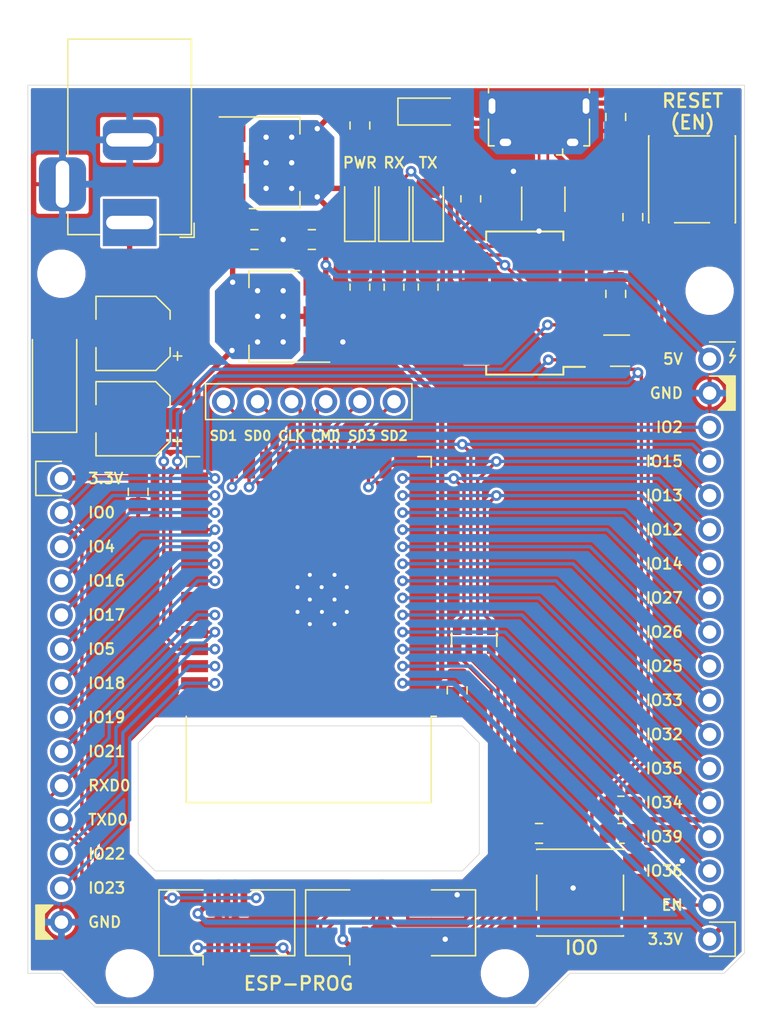
<source format=kicad_pcb>
(kicad_pcb (version 20171130) (host pcbnew "(5.1.5)-3")
  (layers (0 F.Cu signal) (31 B.Cu signal) (34 B.Paste user) (35 F.Paste user) (36 B.SilkS user) (37 F.SilkS user) (38 B.Mask user) (39 F.Mask user) (44 Edge.Cuts user))
  (net 0 "")
  (net 1 GND)
  (net 2 +5V)
  (net 3 +3V3)
  (net 4 /IO0)
  (net 5 /EN)
  (net 6 /CMD)
  (net 7 /SD3)
  (net 8 /SD2)
  (net 9 /IO13)
  (net 10 /IO12)
  (net 11 /IO14)
  (net 12 /IO27)
  (net 13 /IO26)
  (net 14 /IO25)
  (net 15 /IO33)
  (net 16 /IO32)
  (net 17 /IO35)
  (net 18 /IO34)
  (net 19 /CLK)
  (net 20 /SD0)
  (net 21 /SD1)
  (net 22 /IO15)
  (net 23 /IO2)
  (net 24 /IO4)
  (net 25 /IO16)
  (net 26 /IO17)
  (net 27 /IO5)
  (net 28 /IO18)
  (net 29 /IO19)
  (net 30 /IO21)
  (net 31 /RXD0)
  (net 32 /TXD0)
  (net 33 /IO22)
  (net 34 /IO23)
  (net 35 /USB/USB_DP)
  (net 36 /USB/USB_DN)
  (net 37 /USB/RTS)
  (net 38 /USB/DTR)
  (net 39 /USB/VBUS)
  (net 40 /USB/USB_3V3)
  (net 41 /USB/~TXLED)
  (net 42 /USB/~RXLED)
  (net 43 /IO39)
  (net 44 /IO36)
  (net 45 /Power/VDC)
  (net 46 /USB/USB_SHIELD)
  (net 47 /USB/~TXDLED')
  (net 48 /USB/~RXDLED')
  (net 49 /USB/USB_DP')
  (net 50 /USB/USB_DN')
  (net 51 /TMS')
  (net 52 /TCK')
  (net 53 /TDO')
  (net 54 /TDI')
  (net 55 /Power/PWR_LED_CATHODE)
  (net 56 /Power/DC_INPUT)
  (net 57 /USB/USB_RESET)
  (module project_components:ESP32-WROOM-32-ThermalVias (layer F.Cu) (at 150.495 59.055 180)
    (fp_text reference U1 hide)
    (fp_text value ESP32-WROOM-32)
    (pad 38 smd rect (at 8.5 -8.255 180) (size 2 0.9) (layers F.Cu F.Paste F.Mask) (net 1 GND))
    (pad 37 smd rect (at 8.5 -6.985 180) (size 2 0.9) (layers F.Cu F.Paste F.Mask) (net 34 /IO23))
    (pad 36 smd rect (at 8.5 -5.715 180) (size 2 0.9) (layers F.Cu F.Paste F.Mask) (net 33 /IO22))
    (pad 35 smd rect (at 8.5 -4.445 180) (size 2 0.9) (layers F.Cu F.Paste F.Mask) (net 32 /TXD0))
    (pad 34 smd rect (at 8.5 -3.175 180) (size 2 0.9) (layers F.Cu F.Paste F.Mask) (net 31 /RXD0))
    (pad 33 smd rect (at 8.5 -1.905 180) (size 2 0.9) (layers F.Cu F.Paste F.Mask) (net 30 /IO21))
    (pad 32 smd rect (at 8.5 -0.635 180) (size 2 0.9) (layers F.Cu F.Paste F.Mask))
    (pad 31 smd rect (at 8.5 0.635 180) (size 2 0.9) (layers F.Cu F.Paste F.Mask) (net 29 /IO19))
    (pad 30 smd rect (at 8.5 1.905 180) (size 2 0.9) (layers F.Cu F.Paste F.Mask) (net 28 /IO18))
    (pad 29 smd rect (at 8.5 3.175 180) (size 2 0.9) (layers F.Cu F.Paste F.Mask) (net 27 /IO5))
    (pad 28 smd rect (at 8.5 4.445 180) (size 2 0.9) (layers F.Cu F.Paste F.Mask) (net 26 /IO17))
    (pad 27 smd rect (at 8.5 5.715 180) (size 2 0.9) (layers F.Cu F.Paste F.Mask) (net 25 /IO16))
    (pad 26 smd rect (at 8.5 6.985 180) (size 2 0.9) (layers F.Cu F.Paste F.Mask) (net 24 /IO4))
    (pad 25 smd rect (at 8.5 8.255 180) (size 2 0.9) (layers F.Cu F.Paste F.Mask) (net 4 /IO0))
    (pad 24 smd rect (at 5.715 9.255 270) (size 2 0.9) (layers F.Cu F.Paste F.Mask) (net 23 /IO2))
    (pad 23 smd rect (at 4.445 9.255 270) (size 2 0.9) (layers F.Cu F.Paste F.Mask) (net 22 /IO15))
    (pad 22 smd rect (at 3.175 9.255 270) (size 2 0.9) (layers F.Cu F.Paste F.Mask) (net 21 /SD1))
    (pad 21 smd rect (at 1.905 9.255 270) (size 2 0.9) (layers F.Cu F.Paste F.Mask) (net 20 /SD0))
    (pad 20 smd rect (at 0.635 9.255 270) (size 2 0.9) (layers F.Cu F.Paste F.Mask) (net 19 /CLK))
    (pad 19 smd rect (at -0.635 9.255 270) (size 2 0.9) (layers F.Cu F.Paste F.Mask) (net 6 /CMD))
    (pad 18 smd rect (at -1.905 9.255 270) (size 2 0.9) (layers F.Cu F.Paste F.Mask) (net 7 /SD3))
    (pad 17 smd rect (at -3.175 9.255 270) (size 2 0.9) (layers F.Cu F.Paste F.Mask) (net 8 /SD2))
    (pad 16 smd rect (at -4.445 9.255 270) (size 2 0.9) (layers F.Cu F.Paste F.Mask) (net 9 /IO13))
    (pad 15 smd rect (at -5.715 9.255 270) (size 2 0.9) (layers F.Cu F.Paste F.Mask) (net 1 GND))
    (pad 14 smd rect (at -8.5 8.255 180) (size 2 0.9) (layers F.Cu F.Paste F.Mask) (net 10 /IO12))
    (pad 13 smd rect (at -8.5 6.985 180) (size 2 0.9) (layers F.Cu F.Paste F.Mask) (net 11 /IO14))
    (pad 12 smd rect (at -8.5 5.715 180) (size 2 0.9) (layers F.Cu F.Paste F.Mask) (net 12 /IO27))
    (pad 11 smd rect (at -8.5 4.445 180) (size 2 0.9) (layers F.Cu F.Paste F.Mask) (net 13 /IO26))
    (pad 10 smd rect (at -8.5 3.175 180) (size 2 0.9) (layers F.Cu F.Paste F.Mask) (net 14 /IO25))
    (pad 9 smd rect (at -8.5 1.905 180) (size 2 0.9) (layers F.Cu F.Paste F.Mask) (net 15 /IO33))
    (pad 8 smd rect (at -8.5 0.635 180) (size 2 0.9) (layers F.Cu F.Paste F.Mask) (net 16 /IO32))
    (pad 7 smd rect (at -8.5 -0.635 180) (size 2 0.9) (layers F.Cu F.Paste F.Mask) (net 17 /IO35))
    (pad 6 smd rect (at -8.5 -1.905 180) (size 2 0.9) (layers F.Cu F.Paste F.Mask) (net 18 /IO34))
    (pad 5 smd rect (at -8.5 -3.175 180) (size 2 0.9) (layers F.Cu F.Paste F.Mask) (net 43 /IO39))
    (pad 4 smd rect (at -8.5 -4.445 180) (size 2 0.9) (layers F.Cu F.Paste F.Mask) (net 44 /IO36))
    (pad 3 smd rect (at -8.5 -5.715 180) (size 2 0.9) (layers F.Cu F.Paste F.Mask) (net 5 /EN))
    (pad 2 smd rect (at -8.5 -6.985 180) (size 2 0.9) (layers F.Cu F.Paste F.Mask) (net 3 +3V3))
    (pad 1 smd rect (at -8.5 -8.255 180) (size 2 0.9) (layers F.Cu F.Paste F.Mask) (net 1 GND))
    (pad 39 smd rect (at -1 -0.755 180) (size 1.34 1.34) (layers F.Cu F.Mask) (net 1 GND))
    (pad 39 smd rect (at -1 -2.59 180) (size 1.34 1.33) (layers F.Cu F.Mask) (net 1 GND))
    (pad 39 smd rect (at -1 1.08 180) (size 1.34 1.34) (layers F.Cu F.Mask) (net 1 GND))
    (pad 39 smd rect (at -2.835 -2.59 180) (size 1.33 1.33) (layers F.Cu F.Mask) (net 1 GND))
    (pad 39 smd rect (at -2.835 -0.755 180) (size 1.33 1.34) (layers F.Cu F.Mask) (net 1 GND))
    (pad 39 smd rect (at 0.835 -0.755 180) (size 1.33 1.34) (layers F.Cu F.Mask) (net 1 GND))
    (pad 39 smd rect (at 0.835 -2.59 180) (size 1.33 1.33) (layers F.Cu F.Mask) (net 1 GND))
    (pad 39 smd rect (at 0.835 1.08 180) (size 1.33 1.33) (layers F.Cu F.Mask) (net 1 GND))
    (pad 39 smd rect (at -2.835 1.08 180) (size 1.33 1.33) (layers F.Cu F.Mask) (net 1 GND))
    (pad 39 thru_hole rect (at -1.92 -2.59 180) (size 0.5 0.5) (drill 0.3) (layers *.Cu) (net 1 GND))
    (pad 39 thru_hole rect (at -1.92 -0.755 180) (size 0.5 0.5) (drill 0.3) (layers *.Cu) (net 1 GND))
    (pad 39 thru_hole rect (at -1.92 1.08 180) (size 0.5 0.5) (drill 0.3) (layers *.Cu) (net 1 GND))
    (pad 39 thru_hole rect (at -0.08 -0.755 180) (size 0.5 0.5) (drill 0.3) (layers *.Cu) (net 1 GND))
    (pad 39 thru_hole rect (at -0.08 1.08 180) (size 0.5 0.5) (drill 0.3) (layers *.Cu) (net 1 GND))
    (pad 39 thru_hole rect (at -0.08 -2.585 180) (size 0.5 0.5) (drill 0.3) (layers *.Cu) (net 1 GND))
    (pad 39 thru_hole rect (at -2.835 -1.675 180) (size 0.5 0.5) (drill 0.3) (layers *.Cu) (net 1 GND))
    (pad 39 thru_hole rect (at -2.835 0.165 180) (size 0.5 0.5) (drill 0.3) (layers *.Cu) (net 1 GND))
    (pad 39 thru_hole rect (at -0.96 0.165 180) (size 0.5 0.5) (drill 0.3) (layers *.Cu) (net 1 GND))
    (pad 39 thru_hole rect (at -0.98 -1.675 180) (size 0.5 0.5) (drill 0.3) (layers *.Cu) (net 1 GND))
    (pad 39 thru_hole rect (at 0.835 -1.675 180) (size 0.5 0.5) (drill 0.3) (layers *.Cu) (net 1 GND))
    (pad 39 thru_hole rect (at 0.835 0.165 180) (size 0.5 0.5) (drill 0.3) (layers *.Cu) (net 1 GND))
    (pad 39 smd rect (at -1 -0.755 180) (size 5 5) (layers B.Cu) (net 1 GND))
  )
  (module project_components:SW_Push_1P1T_NO_6x6mm_H4.3mm (layer F.Cu) (at 179.034 28.537 270)
    (fp_text reference SW2 hide)
    (fp_text value SW_Push)
    (pad 2 smd rect (at -3.975 2.25 270) (size 1.55 1.3) (layers F.Cu F.Paste F.Mask) (net 5 /EN))
    (pad 1 smd rect (at -3.975 -2.25 270) (size 1.55 1.3) (layers F.Cu F.Paste F.Mask) (net 1 GND))
    (pad 1 smd rect (at 3.975 -2.25 270) (size 1.55 1.3) (layers F.Cu F.Paste F.Mask) (net 1 GND))
    (pad 2 smd rect (at 3.975 2.25 270) (size 1.55 1.3) (layers F.Cu F.Paste F.Mask) (net 5 /EN))
  )
  (module project_components:SW_Push_1P1T_NO_6x6mm_H4.3mm (layer F.Cu) (at 170.7006 81.625 180)
    (fp_text reference SW1 hide)
    (fp_text value SW_Push)
    (pad 2 smd rect (at -3.975 2.25 180) (size 1.55 1.3) (layers F.Cu F.Paste F.Mask) (net 4 /IO0))
    (pad 1 smd rect (at -3.975 -2.25 180) (size 1.55 1.3) (layers F.Cu F.Paste F.Mask) (net 1 GND))
    (pad 1 smd rect (at 3.975 -2.25 180) (size 1.55 1.3) (layers F.Cu F.Paste F.Mask) (net 1 GND))
    (pad 2 smd rect (at 3.975 2.25 180) (size 1.55 1.3) (layers F.Cu F.Paste F.Mask) (net 4 /IO0))
  )
  (module project_components:IDC-Header_2x05_P1.27mm_Vertical_SMD (layer F.Cu) (at 154.051 84.505 90)
    (fp_text reference J7 hide)
    (fp_text value ESP-PROG-Debug)
    (pad 1 smd rect (at -1.22 0 90) (size 2.54 0.508) (layers F.Cu F.Paste F.Mask) (net 3 +3V3))
    (pad 3 smd rect (at -1.22 1.27 90) (size 2.54 0.508) (layers F.Cu F.Paste F.Mask) (net 1 GND))
    (pad 5 smd rect (at -1.22 2.54 90) (size 2.54 0.508) (layers F.Cu F.Paste F.Mask) (net 1 GND))
    (pad 7 smd rect (at -1.22 3.81 90) (size 2.54 0.508) (layers F.Cu F.Paste F.Mask) (net 1 GND))
    (pad 9 smd rect (at -1.22 5.08 90) (size 2.54 0.508) (layers F.Cu F.Paste F.Mask) (net 1 GND))
    (pad 2 smd rect (at 2.49 0 90) (size 2.54 0.508) (layers F.Cu F.Paste F.Mask) (net 51 /TMS'))
    (pad 4 smd rect (at 2.49 1.27 90) (size 2.54 0.508) (layers F.Cu F.Paste F.Mask) (net 52 /TCK'))
    (pad 6 smd rect (at 2.49 2.54 90) (size 2.54 0.508) (layers F.Cu F.Paste F.Mask) (net 53 /TDO'))
    (pad 8 smd rect (at 2.49 3.81 90) (size 2.54 0.508) (layers F.Cu F.Paste F.Mask) (net 54 /TDI'))
    (pad 10 smd rect (at 2.49 5.08 90) (size 2.54 0.508) (layers F.Cu F.Paste F.Mask))
  )
  (module project_components:IDC-Header_2x03_P1.27mm_Vertical_SMD (layer F.Cu) (at 143.129 84.505 90)
    (fp_text reference J6 hide)
    (fp_text value ESP-PROG-Program)
    (pad 1 smd rect (at -1.22 0 90) (size 2.54 0.508) (layers F.Cu F.Paste F.Mask) (net 5 /EN))
    (pad 3 smd rect (at -1.22 1.27 90) (size 2.54 0.508) (layers F.Cu F.Paste F.Mask) (net 32 /TXD0))
    (pad 5 smd rect (at -1.22 2.54 90) (size 2.54 0.508) (layers F.Cu F.Paste F.Mask) (net 31 /RXD0))
    (pad 2 smd rect (at 2.49 0 90) (size 2.54 0.508) (layers F.Cu F.Paste F.Mask) (net 3 +3V3))
    (pad 4 smd rect (at 2.49 1.27 90) (size 2.54 0.508) (layers F.Cu F.Paste F.Mask) (net 1 GND))
    (pad 6 smd rect (at 2.49 2.54 90) (size 2.54 0.508) (layers F.Cu F.Paste F.Mask) (net 4 /IO0))
  )
  (module project_components:BarrelJack_CLIFF_FC68148_Horizontal (layer F.Cu) (at 137.16 31.75 270)
    (fp_text reference J5 hide)
    (fp_text value Barrel_Jack_MountingPin)
    (pad 1 thru_hole rect (at 0 0 270) (size 3.5 4) (drill oval 1 3.5) (layers *.Cu *.Mask) (net 56 /Power/DC_INPUT))
    (pad 2 thru_hole roundrect (at -6.15 0 270) (size 3 4) (drill oval 1 3.5) (layers *.Cu *.Mask) (net 1 GND))
    (pad 3 thru_hole roundrect (at -2.85 5 270) (size 4 3.5) (drill oval 3.5 1) (layers *.Cu *.Mask) (net 1 GND))
  )
  (module project_components:ArduinoFootprint (layer F.Cu) (at 132.08 50.8 90)
    (fp_text reference N1 hide)
    (fp_text value "Arduino Footprint" hide)
    (pad "" np_thru_hole circle (at 15.24 0) (size 3.2 3.2) (drill 3.2) (layers *.Cu *.Mask))
    (pad "" np_thru_hole circle (at 13.97 48.26) (size 3.2 3.2) (drill 3.2) (layers *.Cu *.Mask))
    (pad "" np_thru_hole circle (at -36.83 33.02) (size 3.2 3.2) (drill 3.2) (layers *.Cu *.Mask))
    (pad "" np_thru_hole circle (at -36.83 5.08) (size 3.2 3.2) (drill 3.2) (layers *.Cu *.Mask))
  )
  (module Connector_PinSocket_2.54mm:PinSocket_1x14_P2.54mm_Vertical (layer F.Cu) (at 132.08 50.8)
    (fp_text reference J1 hide)
    (fp_text value Conn_01x14_Female)
    (pad 14 thru_hole oval (at 0 33.02) (size 1.7 1.7) (drill 1) (layers *.Cu *.Mask) (net 1 GND))
    (pad 13 thru_hole oval (at 0 30.48) (size 1.7 1.7) (drill 1) (layers *.Cu *.Mask) (net 34 /IO23))
    (pad 12 thru_hole oval (at 0 27.94) (size 1.7 1.7) (drill 1) (layers *.Cu *.Mask) (net 33 /IO22))
    (pad 11 thru_hole oval (at 0 25.4) (size 1.7 1.7) (drill 1) (layers *.Cu *.Mask) (net 32 /TXD0))
    (pad 10 thru_hole oval (at 0 22.86) (size 1.7 1.7) (drill 1) (layers *.Cu *.Mask) (net 31 /RXD0))
    (pad 9 thru_hole oval (at 0 20.32) (size 1.7 1.7) (drill 1) (layers *.Cu *.Mask) (net 30 /IO21))
    (pad 8 thru_hole oval (at 0 17.78) (size 1.7 1.7) (drill 1) (layers *.Cu *.Mask) (net 29 /IO19))
    (pad 7 thru_hole oval (at 0 15.24) (size 1.7 1.7) (drill 1) (layers *.Cu *.Mask) (net 28 /IO18))
    (pad 6 thru_hole oval (at 0 12.7) (size 1.7 1.7) (drill 1) (layers *.Cu *.Mask) (net 27 /IO5))
    (pad 5 thru_hole oval (at 0 10.16) (size 1.7 1.7) (drill 1) (layers *.Cu *.Mask) (net 26 /IO17))
    (pad 4 thru_hole oval (at 0 7.62) (size 1.7 1.7) (drill 1) (layers *.Cu *.Mask) (net 25 /IO16))
    (pad 3 thru_hole oval (at 0 5.08) (size 1.7 1.7) (drill 1) (layers *.Cu *.Mask) (net 24 /IO4))
    (pad 2 thru_hole oval (at 0 2.54) (size 1.7 1.7) (drill 1) (layers *.Cu *.Mask) (net 4 /IO0))
    (pad 1 thru_hole circle (at 0 0) (size 1.7 1.7) (drill 1) (layers *.Cu *.Mask) (net 3 +3V3))
  )
  (module Connector_PinSocket_2.54mm:PinSocket_1x18_P2.54mm_Vertical (layer F.Cu) (at 180.34 41.91)
    (fp_text reference J2 hide)
    (fp_text value Conn_01x18_Female)
    (pad 18 thru_hole oval (at 0 43.18) (size 1.7 1.7) (drill 1) (layers *.Cu *.Mask) (net 3 +3V3))
    (pad 17 thru_hole oval (at 0 40.64) (size 1.7 1.7) (drill 1) (layers *.Cu *.Mask) (net 5 /EN))
    (pad 16 thru_hole oval (at 0 38.1) (size 1.7 1.7) (drill 1) (layers *.Cu *.Mask) (net 44 /IO36))
    (pad 15 thru_hole oval (at 0 35.56) (size 1.7 1.7) (drill 1) (layers *.Cu *.Mask) (net 43 /IO39))
    (pad 14 thru_hole oval (at 0 33.02) (size 1.7 1.7) (drill 1) (layers *.Cu *.Mask) (net 18 /IO34))
    (pad 13 thru_hole oval (at 0 30.48) (size 1.7 1.7) (drill 1) (layers *.Cu *.Mask) (net 17 /IO35))
    (pad 12 thru_hole oval (at 0 27.94) (size 1.7 1.7) (drill 1) (layers *.Cu *.Mask) (net 16 /IO32))
    (pad 11 thru_hole oval (at 0 25.4) (size 1.7 1.7) (drill 1) (layers *.Cu *.Mask) (net 15 /IO33))
    (pad 10 thru_hole oval (at 0 22.86) (size 1.7 1.7) (drill 1) (layers *.Cu *.Mask) (net 14 /IO25))
    (pad 9 thru_hole oval (at 0 20.32) (size 1.7 1.7) (drill 1) (layers *.Cu *.Mask) (net 13 /IO26))
    (pad 8 thru_hole oval (at 0 17.78) (size 1.7 1.7) (drill 1) (layers *.Cu *.Mask) (net 12 /IO27))
    (pad 7 thru_hole oval (at 0 15.24) (size 1.7 1.7) (drill 1) (layers *.Cu *.Mask) (net 11 /IO14))
    (pad 6 thru_hole oval (at 0 12.7) (size 1.7 1.7) (drill 1) (layers *.Cu *.Mask) (net 10 /IO12))
    (pad 5 thru_hole oval (at 0 10.16) (size 1.7 1.7) (drill 1) (layers *.Cu *.Mask) (net 9 /IO13))
    (pad 4 thru_hole oval (at 0 7.62) (size 1.7 1.7) (drill 1) (layers *.Cu *.Mask) (net 22 /IO15))
    (pad 3 thru_hole oval (at 0 5.08) (size 1.7 1.7) (drill 1) (layers *.Cu *.Mask) (net 23 /IO2))
    (pad 2 thru_hole oval (at 0 2.54) (size 1.7 1.7) (drill 1) (layers *.Cu *.Mask) (net 1 GND))
    (pad 1 thru_hole circle (at 0 0) (size 1.7 1.7) (drill 1) (layers *.Cu *.Mask) (net 2 +5V))
  )
  (module Connector_PinSocket_2.54mm:PinSocket_1x06_P2.54mm_Vertical (layer F.Cu) (at 156.845 45.085 270)
    (fp_text reference J3 hide)
    (fp_text value Conn_01x06)
    (pad 6 thru_hole oval (at 0 12.7 270) (size 1.7 1.7) (drill 1) (layers *.Cu *.Mask) (net 21 /SD1))
    (pad 5 thru_hole oval (at 0 10.16 270) (size 1.7 1.7) (drill 1) (layers *.Cu *.Mask) (net 20 /SD0))
    (pad 4 thru_hole oval (at 0 7.62 270) (size 1.7 1.7) (drill 1) (layers *.Cu *.Mask) (net 19 /CLK))
    (pad 3 thru_hole oval (at 0 5.08 270) (size 1.7 1.7) (drill 1) (layers *.Cu *.Mask) (net 6 /CMD))
    (pad 2 thru_hole oval (at 0 2.54 270) (size 1.7 1.7) (drill 1) (layers *.Cu *.Mask) (net 7 /SD3))
    (pad 1 thru_hole circle (at 0 0 270) (size 1.7 1.7) (drill 1) (layers *.Cu *.Mask) (net 8 /SD2))
  )
  (module Resistor_SMD:R_0805_2012Metric_Pad1.20x1.40mm_HandSolder (layer F.Cu) (at 173.736 75.184 180)
    (fp_text reference R6 hide)
    (fp_text value "10 kOhm")
    (pad 2 smd roundrect (at 1 0 180) (size 1.2 1.4) (layers F.Cu F.Paste F.Mask) (roundrect_rratio 0.208333) (net 4 /IO0))
    (pad 1 smd roundrect (at -1 0 180) (size 1.2 1.4) (layers F.Cu F.Paste F.Mask) (roundrect_rratio 0.208333) (net 3 +3V3))
  )
  (module Resistor_SMD:R_Array_Convex_4x0612 (layer F.Cu) (at 162.814 62.8 90)
    (fp_text reference RN1 hide)
    (fp_text value "100 Ohm")
    (pad 1 smd rect (at -0.7 -1.27 90) (size 0.7 0.64) (layers F.Cu F.Paste F.Mask) (net 54 /TDI'))
    (pad 3 smd rect (at -0.7 0.4 90) (size 0.7 0.5) (layers F.Cu F.Paste F.Mask) (net 52 /TCK'))
    (pad 2 smd rect (at -0.7 -0.4 90) (size 0.7 0.5) (layers F.Cu F.Paste F.Mask) (net 53 /TDO'))
    (pad 4 smd rect (at -0.7 1.27 90) (size 0.7 0.64) (layers F.Cu F.Paste F.Mask) (net 51 /TMS'))
    (pad 7 smd rect (at 0.7 -0.4 90) (size 0.7 0.5) (layers F.Cu F.Paste F.Mask) (net 22 /IO15))
    (pad 8 smd rect (at 0.7 -1.27 90) (size 0.7 0.64) (layers F.Cu F.Paste F.Mask) (net 10 /IO12))
    (pad 6 smd rect (at 0.7 0.4 90) (size 0.7 0.5) (layers F.Cu F.Paste F.Mask) (net 9 /IO13))
    (pad 5 smd rect (at 0.7 1.27 90) (size 0.7 0.64) (layers F.Cu F.Paste F.Mask) (net 11 /IO14))
  )
  (module Connector_USB:USB_Micro-B_Amphenol_10118194_Horizontal (layer F.Cu) (at 167.64 24.384 180)
    (fp_text reference J4 hide)
    (fp_text value USB_B_Micro)
    (pad 6 thru_hole oval (at 3.5 1.3 180) (size 0.89 1.55) (drill oval 0.5 1.15) (layers *.Cu *.Mask) (net 46 /USB/USB_SHIELD))
    (pad 6 thru_hole oval (at -3.5 1.3 180) (size 0.89 1.55) (drill oval 0.5 1.15) (layers *.Cu *.Mask) (net 46 /USB/USB_SHIELD))
    (pad 6 smd rect (at 2.9 1.3 180) (size 1.2 1.55) (layers F.Cu F.Paste F.Mask) (net 46 /USB/USB_SHIELD))
    (pad 6 smd rect (at -2.9 1.3 180) (size 1.2 1.55) (layers F.Cu F.Paste F.Mask) (net 46 /USB/USB_SHIELD))
    (pad 6 smd rect (at 1 1.3 180) (size 1.5 1.55) (layers F.Cu F.Paste F.Mask) (net 46 /USB/USB_SHIELD))
    (pad 6 smd rect (at -1 1.3 180) (size 1.5 1.55) (layers F.Cu F.Paste F.Mask) (net 46 /USB/USB_SHIELD))
    (pad 6 thru_hole oval (at 2.5 -1.4 180) (size 1.25 0.95) (drill oval 0.85 0.55) (layers *.Cu *.Mask) (net 46 /USB/USB_SHIELD))
    (pad 6 thru_hole oval (at -2.5 -1.4 180) (size 1.25 0.95) (drill oval 0.85 0.55) (layers *.Cu *.Mask) (net 46 /USB/USB_SHIELD))
    (pad 5 smd rect (at 1.3 -1.4 180) (size 0.4 1.35) (layers F.Cu F.Paste F.Mask) (net 1 GND))
    (pad 4 smd rect (at 0.65 -1.4 180) (size 0.4 1.35) (layers F.Cu F.Paste F.Mask) (net 1 GND))
    (pad 3 smd rect (at 0 -1.4 180) (size 0.4 1.35) (layers F.Cu F.Paste F.Mask) (net 49 /USB/USB_DP'))
    (pad 2 smd rect (at -0.65 -1.4 180) (size 0.4 1.35) (layers F.Cu F.Paste F.Mask) (net 50 /USB/USB_DN'))
    (pad 1 smd rect (at -1.3 -1.4 180) (size 0.4 1.35) (layers F.Cu F.Paste F.Mask) (net 39 /USB/VBUS))
  )
  (module Resistor_SMD:R_0805_2012Metric_Pad1.20x1.40mm_HandSolder (layer F.Cu) (at 173.752 77.216 180)
    (fp_text reference R5 hide)
    (fp_text value "10 kOhm")
    (pad 2 smd roundrect (at 1 0 180) (size 1.2 1.4) (layers F.Cu F.Paste F.Mask) (roundrect_rratio 0.208333) (net 5 /EN))
    (pad 1 smd roundrect (at -1 0 180) (size 1.2 1.4) (layers F.Cu F.Paste F.Mask) (roundrect_rratio 0.208333) (net 3 +3V3))
  )
  (module Resistor_SMD:R_0805_2012Metric_Pad1.20x1.40mm_HandSolder (layer F.Cu) (at 159.385 36.56 270)
    (fp_text reference R4 hide)
    (fp_text value "220 Ohm")
    (pad 2 smd roundrect (at 1 0 270) (size 1.2 1.4) (layers F.Cu F.Paste F.Mask) (roundrect_rratio 0.208333) (net 42 /USB/~RXLED))
    (pad 1 smd roundrect (at -1 0 270) (size 1.2 1.4) (layers F.Cu F.Paste F.Mask) (roundrect_rratio 0.208333) (net 48 /USB/~RXDLED'))
  )
  (module Resistor_SMD:R_0805_2012Metric_Pad1.20x1.40mm_HandSolder (layer F.Cu) (at 156.845 36.56 270)
    (fp_text reference R3 hide)
    (fp_text value "220 Ohm")
    (pad 2 smd roundrect (at 1 0 270) (size 1.2 1.4) (layers F.Cu F.Paste F.Mask) (roundrect_rratio 0.208333) (net 41 /USB/~TXLED))
    (pad 1 smd roundrect (at -1 0 270) (size 1.2 1.4) (layers F.Cu F.Paste F.Mask) (roundrect_rratio 0.208333) (net 47 /USB/~TXDLED'))
  )
  (module LED_SMD:LED_1206_3216Metric_Pad1.42x1.75mm_HandSolder (layer F.Cu) (at 159.385 30.6975 90)
    (fp_text reference D5 hide)
    (fp_text value RF-YUS150TS-AE)
    (pad 2 smd roundrect (at 1.4875 0 90) (size 1.425 1.75) (layers F.Cu F.Paste F.Mask) (roundrect_rratio 0.175439) (net 40 /USB/USB_3V3))
    (pad 1 smd roundrect (at -1.4875 0 90) (size 1.425 1.75) (layers F.Cu F.Paste F.Mask) (roundrect_rratio 0.175439) (net 48 /USB/~RXDLED'))
  )
  (module LED_SMD:LED_1206_3216Metric_Pad1.42x1.75mm_HandSolder (layer F.Cu) (at 156.845 30.6975 90)
    (fp_text reference D4 hide)
    (fp_text value RF-YUS150TS-AE)
    (pad 2 smd roundrect (at 1.4875 0 90) (size 1.425 1.75) (layers F.Cu F.Paste F.Mask) (roundrect_rratio 0.175439) (net 40 /USB/USB_3V3))
    (pad 1 smd roundrect (at -1.4875 0 90) (size 1.425 1.75) (layers F.Cu F.Paste F.Mask) (roundrect_rratio 0.175439) (net 47 /USB/~TXDLED'))
  )
  (module Capacitor_SMD:CP_Elec_5x5.9 (layer F.Cu) (at 137.414 40.005 180)
    (fp_text reference C8 hide)
    (fp_text value 47uF)
    (pad 2 smd roundrect (at 2.2 0 180) (size 3 1.6) (layers F.Cu F.Paste F.Mask) (roundrect_rratio 0.15625) (net 1 GND))
    (pad 1 smd roundrect (at -2.2 0 180) (size 3 1.6) (layers F.Cu F.Paste F.Mask) (roundrect_rratio 0.15625) (net 2 +5V))
  )
  (module Capacitor_SMD:CP_Elec_5x5.9 (layer F.Cu) (at 137.414 46.355 180)
    (fp_text reference C7 hide)
    (fp_text value 47uF)
    (pad 2 smd roundrect (at 2.2 0 180) (size 3 1.6) (layers F.Cu F.Paste F.Mask) (roundrect_rratio 0.15625) (net 1 GND))
    (pad 1 smd roundrect (at -2.2 0 180) (size 3 1.6) (layers F.Cu F.Paste F.Mask) (roundrect_rratio 0.15625) (net 45 /Power/VDC))
  )
  (module Capacitor_SMD:C_0805_2012Metric_Pad1.18x1.45mm_HandSolder (layer F.Cu) (at 173.355 37.0625 90)
    (fp_text reference C11 hide)
    (fp_text value 0.1uF)
    (pad 1 smd roundrect (at -1.0375 0 90) (size 1.175 1.45) (layers F.Cu F.Paste F.Mask) (roundrect_rratio 0.212766) (net 40 /USB/USB_3V3))
    (pad 2 smd roundrect (at 1.0375 0 90) (size 1.175 1.45) (layers F.Cu F.Paste F.Mask) (roundrect_rratio 0.212766) (net 1 GND))
  )
  (module Package_SO:SSOP-28_5.3x10.2mm_P0.65mm (layer F.Cu) (at 166.58 37.745 180)
    (fp_text reference U5 hide)
    (fp_text value FT232RL)
    (pad 28 smd rect (at 3.6 -4.225 180) (size 1.75 0.45) (layers F.Cu F.Paste F.Mask))
    (pad 27 smd rect (at 3.6 -3.575 180) (size 1.75 0.45) (layers F.Cu F.Paste F.Mask))
    (pad 26 smd rect (at 3.6 -2.925 180) (size 1.75 0.45) (layers F.Cu F.Paste F.Mask) (net 1 GND))
    (pad 25 smd rect (at 3.6 -2.275 180) (size 1.75 0.45) (layers F.Cu F.Paste F.Mask) (net 1 GND))
    (pad 24 smd rect (at 3.6 -1.625 180) (size 1.75 0.45) (layers F.Cu F.Paste F.Mask))
    (pad 23 smd rect (at 3.6 -0.975 180) (size 1.75 0.45) (layers F.Cu F.Paste F.Mask) (net 41 /USB/~TXLED))
    (pad 22 smd rect (at 3.6 -0.325 180) (size 1.75 0.45) (layers F.Cu F.Paste F.Mask) (net 42 /USB/~RXLED))
    (pad 21 smd rect (at 3.6 0.325 180) (size 1.75 0.45) (layers F.Cu F.Paste F.Mask) (net 1 GND))
    (pad 20 smd rect (at 3.6 0.975 180) (size 1.75 0.45) (layers F.Cu F.Paste F.Mask) (net 39 /USB/VBUS))
    (pad 19 smd rect (at 3.6 1.625 180) (size 1.75 0.45) (layers F.Cu F.Paste F.Mask) (net 57 /USB/USB_RESET))
    (pad 18 smd rect (at 3.6 2.275 180) (size 1.75 0.45) (layers F.Cu F.Paste F.Mask) (net 1 GND))
    (pad 17 smd rect (at 3.6 2.925 180) (size 1.75 0.45) (layers F.Cu F.Paste F.Mask) (net 40 /USB/USB_3V3))
    (pad 16 smd rect (at 3.6 3.575 180) (size 1.75 0.45) (layers F.Cu F.Paste F.Mask) (net 36 /USB/USB_DN))
    (pad 15 smd rect (at 3.6 4.225 180) (size 1.75 0.45) (layers F.Cu F.Paste F.Mask) (net 35 /USB/USB_DP))
    (pad 14 smd rect (at -3.6 4.225 180) (size 1.75 0.45) (layers F.Cu F.Paste F.Mask))
    (pad 13 smd rect (at -3.6 3.575 180) (size 1.75 0.45) (layers F.Cu F.Paste F.Mask))
    (pad 12 smd rect (at -3.6 2.925 180) (size 1.75 0.45) (layers F.Cu F.Paste F.Mask))
    (pad 11 smd rect (at -3.6 2.275 180) (size 1.75 0.45) (layers F.Cu F.Paste F.Mask))
    (pad 10 smd rect (at -3.6 1.625 180) (size 1.75 0.45) (layers F.Cu F.Paste F.Mask))
    (pad 9 smd rect (at -3.6 0.975 180) (size 1.75 0.45) (layers F.Cu F.Paste F.Mask))
    (pad 8 smd rect (at -3.6 0.325 180) (size 1.75 0.45) (layers F.Cu F.Paste F.Mask))
    (pad 7 smd rect (at -3.6 -0.325 180) (size 1.75 0.45) (layers F.Cu F.Paste F.Mask) (net 1 GND))
    (pad 6 smd rect (at -3.6 -0.975 180) (size 1.75 0.45) (layers F.Cu F.Paste F.Mask))
    (pad 5 smd rect (at -3.6 -1.625 180) (size 1.75 0.45) (layers F.Cu F.Paste F.Mask) (net 32 /TXD0))
    (pad 4 smd rect (at -3.6 -2.275 180) (size 1.75 0.45) (layers F.Cu F.Paste F.Mask) (net 40 /USB/USB_3V3))
    (pad 3 smd rect (at -3.6 -2.925 180) (size 1.75 0.45) (layers F.Cu F.Paste F.Mask) (net 37 /USB/RTS))
    (pad 2 smd rect (at -3.6 -3.575 180) (size 1.75 0.45) (layers F.Cu F.Paste F.Mask) (net 38 /USB/DTR))
    (pad 1 smd rect (at -3.6 -4.225 180) (size 1.75 0.45) (layers F.Cu F.Paste F.Mask) (net 31 /RXD0))
  )
  (module Capacitor_SMD:C_0805_2012Metric_Pad1.18x1.45mm_HandSolder (layer F.Cu) (at 173.355 23.8975 270)
    (fp_text reference C10 hide)
    (fp_text value 22uF)
    (pad 2 smd roundrect (at 1.0375 0 270) (size 1.175 1.45) (layers F.Cu F.Paste F.Mask) (roundrect_rratio 0.212766) (net 1 GND))
    (pad 1 smd roundrect (at -1.0375 0 270) (size 1.175 1.45) (layers F.Cu F.Paste F.Mask) (roundrect_rratio 0.212766) (net 46 /USB/USB_SHIELD))
  )
  (module Package_TO_SOT_SMD:SOT-223-3_TabPin2 (layer F.Cu) (at 147.955 38.735 180)
    (fp_text reference U2 hide)
    (fp_text value NCP1117-3.3)
    (pad 1 smd rect (at -3.15 -2.3 180) (size 2 1.5) (layers F.Cu F.Paste F.Mask) (net 1 GND))
    (pad 3 smd rect (at -3.15 2.3 180) (size 2 1.5) (layers F.Cu F.Paste F.Mask) (net 2 +5V))
    (pad 2 smd rect (at -3.15 0 180) (size 2 1.5) (layers F.Cu F.Paste F.Mask) (net 3 +3V3))
    (pad 2 smd rect (at 3.15 0 180) (size 2 3.8) (layers F.Cu F.Paste F.Mask) (net 3 +3V3))
  )
  (module Package_TO_SOT_SMD:SOT-363_SC-70-6 (layer F.Cu) (at 173.67 41.29)
    (fp_text reference Q1 hide)
    (fp_text value BCR129S)
    (pad 6 smd rect (at 0.95 -0.65) (size 0.65 0.4) (layers F.Cu F.Paste F.Mask) (net 5 /EN))
    (pad 4 smd rect (at 0.95 0.65) (size 0.65 0.4) (layers F.Cu F.Paste F.Mask) (net 38 /USB/DTR))
    (pad 2 smd rect (at -0.95 0) (size 0.65 0.4) (layers F.Cu F.Paste F.Mask) (net 38 /USB/DTR))
    (pad 5 smd rect (at 0.95 0) (size 0.65 0.4) (layers F.Cu F.Paste F.Mask) (net 37 /USB/RTS))
    (pad 3 smd rect (at -0.95 0.65) (size 0.65 0.4) (layers F.Cu F.Paste F.Mask) (net 4 /IO0))
    (pad 1 smd rect (at -0.95 -0.65) (size 0.65 0.4) (layers F.Cu F.Paste F.Mask) (net 37 /USB/RTS))
  )
  (module Package_TO_SOT_SMD:SOT-223-3_TabPin2 (layer F.Cu) (at 147.93 27.305)
    (fp_text reference U3 hide)
    (fp_text value NCP1117ST50T3G)
    (pad 1 smd rect (at -3.15 -2.3) (size 2 1.5) (layers F.Cu F.Paste F.Mask) (net 1 GND))
    (pad 3 smd rect (at -3.15 2.3) (size 2 1.5) (layers F.Cu F.Paste F.Mask) (net 45 /Power/VDC))
    (pad 2 smd rect (at -3.15 0) (size 2 1.5) (layers F.Cu F.Paste F.Mask) (net 2 +5V))
    (pad 2 smd rect (at 3.15 0) (size 2 3.8) (layers F.Cu F.Paste F.Mask) (net 2 +5V))
  )
  (module Diode_SMD:D_SOD-123 (layer F.Cu) (at 159.385 23.495)
    (fp_text reference D3 hide)
    (fp_text value STPS0520Z)
    (pad 2 smd rect (at 1.65 0) (size 0.9 1.2) (layers F.Cu F.Paste F.Mask) (net 39 /USB/VBUS))
    (pad 1 smd rect (at -1.65 0) (size 0.9 1.2) (layers F.Cu F.Paste F.Mask) (net 2 +5V))
  )
  (module Diode_SMD:D_SMA_Handsoldering (layer F.Cu) (at 131.572 42.966 90)
    (fp_text reference D2 hide)
    (fp_text value M7)
    (pad 2 smd rect (at 2.5 0 90) (size 3.5 1.8) (layers F.Cu F.Paste F.Mask) (net 56 /Power/DC_INPUT))
    (pad 1 smd rect (at -2.5 0 90) (size 3.5 1.8) (layers F.Cu F.Paste F.Mask) (net 45 /Power/VDC))
  )
  (module Resistor_SMD:R_0805_2012Metric_Pad1.20x1.40mm_HandSolder (layer F.Cu) (at 154.305 36.56 270)
    (fp_text reference R1 hide)
    (fp_text value "220 Ohm")
    (pad 2 smd roundrect (at 1 0 270) (size 1.2 1.4) (layers F.Cu F.Paste F.Mask) (roundrect_rratio 0.208333) (net 1 GND))
    (pad 1 smd roundrect (at -1 0 270) (size 1.2 1.4) (layers F.Cu F.Paste F.Mask) (roundrect_rratio 0.208333) (net 55 /Power/PWR_LED_CATHODE))
  )
  (module LED_SMD:LED_1206_3216Metric_Pad1.42x1.75mm_HandSolder (layer F.Cu) (at 154.305 30.6975 90)
    (fp_text reference D1 hide)
    (fp_text value RF-GSS150TS-BC)
    (pad 2 smd roundrect (at 1.4875 0 90) (size 1.425 1.75) (layers F.Cu F.Paste F.Mask) (roundrect_rratio 0.175439) (net 2 +5V))
    (pad 1 smd roundrect (at -1.4875 0 90) (size 1.425 1.75) (layers F.Cu F.Paste F.Mask) (roundrect_rratio 0.175439) (net 55 /Power/PWR_LED_CATHODE))
  )
  (module Capacitor_SMD:C_0805_2012Metric_Pad1.18x1.45mm_HandSolder (layer F.Cu) (at 146.4525 33.02)
    (fp_text reference C6 hide)
    (fp_text value 22uF)
    (pad 2 smd roundrect (at 1.0375 0) (size 1.175 1.45) (layers F.Cu F.Paste F.Mask) (roundrect_rratio 0.212766) (net 1 GND))
    (pad 1 smd roundrect (at -1.0375 0) (size 1.175 1.45) (layers F.Cu F.Paste F.Mask) (roundrect_rratio 0.212766) (net 3 +3V3))
  )
  (module Capacitor_SMD:C_0805_2012Metric_Pad1.18x1.45mm_HandSolder (layer F.Cu) (at 150.7275 33.02 180)
    (fp_text reference C5 hide)
    (fp_text value 22uF)
    (pad 2 smd roundrect (at 1.0375 0 180) (size 1.175 1.45) (layers F.Cu F.Paste F.Mask) (roundrect_rratio 0.212766) (net 1 GND))
    (pad 1 smd roundrect (at -1.0375 0 180) (size 1.175 1.45) (layers F.Cu F.Paste F.Mask) (roundrect_rratio 0.212766) (net 2 +5V))
  )
  (module Capacitor_SMD:C_0805_2012Metric_Pad1.18x1.45mm_HandSolder (layer F.Cu) (at 154.305 24.5325 270)
    (fp_text reference C9 hide)
    (fp_text value 0.1uF)
    (pad 2 smd roundrect (at 1.0375 0 270) (size 1.175 1.45) (layers F.Cu F.Paste F.Mask) (roundrect_rratio 0.212766) (net 1 GND))
    (pad 1 smd roundrect (at -1.0375 0 270) (size 1.175 1.45) (layers F.Cu F.Paste F.Mask) (roundrect_rratio 0.212766) (net 2 +5V))
  )
  (module Package_TO_SOT_SMD:SOT-23-6 (layer F.Cu) (at 167.96 30.015 90)
    (fp_text reference U4 hide)
    (fp_text value USBLC6-2SC6)
    (pad 5 smd rect (at 1.1 0 90) (size 1.06 0.65) (layers F.Cu F.Paste F.Mask) (net 39 /USB/VBUS))
    (pad 6 smd rect (at 1.1 -0.95 90) (size 1.06 0.65) (layers F.Cu F.Paste F.Mask) (net 49 /USB/USB_DP'))
    (pad 4 smd rect (at 1.1 0.95 90) (size 1.06 0.65) (layers F.Cu F.Paste F.Mask) (net 50 /USB/USB_DN'))
    (pad 3 smd rect (at -1.1 0.95 90) (size 1.06 0.65) (layers F.Cu F.Paste F.Mask) (net 36 /USB/USB_DN))
    (pad 2 smd rect (at -1.1 0 90) (size 1.06 0.65) (layers F.Cu F.Paste F.Mask) (net 1 GND))
    (pad 1 smd rect (at -1.1 -0.95 90) (size 1.06 0.65) (layers F.Cu F.Paste F.Mask) (net 35 /USB/USB_DP))
  )
  (module Resistor_SMD:R_0805_2012Metric_Pad1.20x1.40mm_HandSolder (layer F.Cu) (at 162.56 29.988 90)
    (fp_text reference R2 hide)
    (fp_text value "2.2 kOhm")
    (pad 2 smd roundrect (at 1 0 90) (size 1.2 1.4) (layers F.Cu F.Paste F.Mask) (roundrect_rratio 0.208333) (net 39 /USB/VBUS))
    (pad 1 smd roundrect (at -1 0 90) (size 1.2 1.4) (layers F.Cu F.Paste F.Mask) (roundrect_rratio 0.208333) (net 57 /USB/USB_RESET))
  )
  (module Capacitor_SMD:C_0805_2012Metric_Pad1.18x1.45mm_HandSolder (layer F.Cu) (at 174.625 31.3475 270)
    (fp_text reference C3 hide)
    (fp_text value 0.1uF)
    (pad 2 smd roundrect (at 1.0375 0 270) (size 1.175 1.45) (layers F.Cu F.Paste F.Mask) (roundrect_rratio 0.212766) (net 5 /EN))
    (pad 1 smd roundrect (at -1.0375 0 270) (size 1.175 1.45) (layers F.Cu F.Paste F.Mask) (roundrect_rratio 0.212766) (net 1 GND))
  )
  (module Capacitor_SMD:C_0805_2012Metric_Pad1.18x1.45mm_HandSolder (layer F.Cu) (at 167.64 77.216 180)
    (fp_text reference C2 hide)
    (fp_text value 0.1uF)
    (pad 2 smd roundrect (at 1.0375 0 180) (size 1.175 1.45) (layers F.Cu F.Paste F.Mask) (roundrect_rratio 0.212766) (net 4 /IO0))
    (pad 1 smd roundrect (at -1.0375 0 180) (size 1.175 1.45) (layers F.Cu F.Paste F.Mask) (roundrect_rratio 0.212766) (net 1 GND))
  )
  (module Capacitor_SMD:C_0805_2012Metric_Pad1.18x1.45mm_HandSolder (layer F.Cu) (at 137.795 51.7945 270)
    (fp_text reference C4 hide)
    (fp_text value 0.1uF)
    (pad 2 smd roundrect (at 1.0375 0 270) (size 1.175 1.45) (layers F.Cu F.Paste F.Mask) (roundrect_rratio 0.212766) (net 1 GND))
    (pad 1 smd roundrect (at -1.0375 0 270) (size 1.175 1.45) (layers F.Cu F.Paste F.Mask) (roundrect_rratio 0.212766) (net 3 +3V3))
  )
  (module Capacitor_SMD:C_0805_2012Metric_Pad1.18x1.45mm_HandSolder (layer F.Cu) (at 161.544 66.5695 270)
    (fp_text reference C1 hide)
    (fp_text value 4.7uF)
    (pad 2 smd roundrect (at 1.0375 0 270) (size 1.175 1.45) (layers F.Cu F.Paste F.Mask) (roundrect_rratio 0.212766) (net 1 GND))
    (pad 1 smd roundrect (at -1.0375 0 270) (size 1.175 1.45) (layers F.Cu F.Paste F.Mask) (roundrect_rratio 0.212766) (net 3 +3V3))
  )
  (gr_text PWR (at 154.305 27.305) (layer F.SilkS) (effects (font (size 0.8 0.8))))
  (gr_text TX (at 159.385 27.305) (layer F.SilkS) (effects (font (size 0.8 0.8))))
  (gr_text RX (at 156.845 27.305) (layer F.SilkS) (effects (font (size 0.8 0.8))))
  (gr_line (start 182.245 41.656) (end 181.864 42.164) (layer F.SilkS) (width 0.15))
  (gr_line (start 181.864 41.656) (end 182.245 41.656) (layer F.SilkS) (width 0.15))
  (gr_line (start 182.118 41.148) (end 181.864 41.656) (layer F.SilkS) (width 0.15))
  (gr_line (start 130.175 49.53) (end 132.08 49.53) (layer F.SilkS) (width 0.12))
  (gr_line (start 132.08 52.07) (end 130.175 52.07) (layer F.SilkS) (width 0.12))
  (gr_line (start 130.175 52.07) (end 130.175 49.53) (layer F.SilkS) (width 0.12))
  (gr_line (start 182.245 43.18) (end 180.34 43.18) (layer F.SilkS) (width 0.12))
  (gr_line (start 180.34 40.64) (end 182.245 40.64) (layer F.SilkS) (width 0.12))
  (gr_line (start 182.245 86.36) (end 180.34 86.36) (layer F.SilkS) (width 0.12))
  (gr_line (start 182.245 83.82) (end 182.245 86.36) (layer F.SilkS) (width 0.12))
  (gr_line (start 180.34 83.82) (end 182.245 83.82) (layer F.SilkS) (width 0.12))
  (gr_poly (pts (xy 130.175 82.55) (xy 132.08 82.55) (xy 131.445 82.55) (xy 130.81 83.185) (xy 130.81 83.82) (xy 130.81 84.455) (xy 131.445 85.09) (xy 132.08 85.09) (xy 130.175 85.09)) (layer F.SilkS) (width 0.1))
  (gr_poly (pts (xy 182.245 45.72) (xy 180.34 45.72) (xy 180.975 45.72) (xy 181.61 45.085) (xy 181.61 44.45) (xy 181.61 43.815) (xy 180.975 43.18) (xy 180.34 43.18) (xy 182.245 43.18)) (layer F.SilkS) (width 0.1))
  (gr_line (start 161.925 80.01) (end 163.195 78.74) (layer Edge.Cuts) (width 0.05))
  (gr_line (start 137.795 78.74) (end 139.065 80.01) (layer Edge.Cuts) (width 0.05))
  (gr_line (start 161.925 69.215) (end 139.065 69.215) (layer Edge.Cuts) (width 0.05))
  (gr_line (start 163.195 70.485) (end 161.925 69.215) (layer Edge.Cuts) (width 0.05))
  (gr_line (start 163.195 78.74) (end 163.195 70.485) (layer Edge.Cuts) (width 0.05))
  (gr_line (start 139.065 80.01) (end 161.925 80.01) (layer Edge.Cuts) (width 0.05))
  (gr_line (start 137.795 70.485) (end 137.795 78.74) (layer Edge.Cuts) (width 0.05))
  (gr_line (start 139.065 69.215) (end 137.795 70.485) (layer Edge.Cuts) (width 0.05))
  (gr_line (start 182.94 21.53) (end 129.58 21.53) (layer Edge.Cuts) (width 0.05))
  (gr_text IO0 (at 170.815 85.725) (layer F.SilkS) (effects (font (size 1 1) (thickness 0.18))))
  (gr_text "RESET\n(EN)" (at 179.07 23.495) (layer F.SilkS) (effects (font (size 1 1) (thickness 0.18))))
  (gr_text ESP-PROG (at 153.924 88.392) (layer F.SilkS) (effects (font (size 1 1) (thickness 0.18)) (justify right)))
  (gr_text 3.3V (at 133.985 50.8) (layer F.SilkS) (effects (font (size 0.8 0.8)) (justify left)))
  (gr_text 5V (at 178.435 41.91) (layer F.SilkS) (effects (font (size 0.8 0.8)) (justify right)))
  (gr_text CMD (at 151.765 47.625) (layer F.SilkS) (effects (font (size 0.7 0.7))))
  (gr_text SD3 (at 155.575 47.625) (layer F.SilkS) (effects (font (size 0.7 0.7)) (justify right)))
  (gr_text SD2 (at 156.845 47.625) (layer F.SilkS) (effects (font (size 0.7 0.7))))
  (gr_text IO13 (at 178.435 52.07) (layer F.SilkS) (effects (font (size 0.8 0.8)) (justify right)))
  (gr_text GND (at 178.435 44.45) (layer F.SilkS) (effects (font (size 0.8 0.8)) (justify right)))
  (gr_text IO12 (at 178.435 54.61) (layer F.SilkS) (effects (font (size 0.8 0.8)) (justify right)))
  (gr_text IO14 (at 178.435 57.15) (layer F.SilkS) (effects (font (size 0.8 0.8)) (justify right)))
  (gr_text IO27 (at 178.435 59.69) (layer F.SilkS) (effects (font (size 0.8 0.8)) (justify right)))
  (gr_text IO26 (at 178.435 62.23) (layer F.SilkS) (effects (font (size 0.8 0.8)) (justify right)))
  (gr_text IO25 (at 178.435 64.77) (layer F.SilkS) (effects (font (size 0.8 0.8)) (justify right)))
  (gr_text IO33 (at 178.435 67.31) (layer F.SilkS) (effects (font (size 0.8 0.8)) (justify right)))
  (gr_text IO32 (at 178.435 69.85) (layer F.SilkS) (effects (font (size 0.8 0.8)) (justify right)))
  (gr_text IO35 (at 178.435 72.39) (layer F.SilkS) (effects (font (size 0.8 0.8)) (justify right)))
  (gr_text IO34 (at 178.435 74.93) (layer F.SilkS) (effects (font (size 0.8 0.8)) (justify right)))
  (gr_text IO39 (at 178.435 77.47) (layer F.SilkS) (effects (font (size 0.8 0.8)) (justify right)))
  (gr_text IO36 (at 178.435 80.01) (layer F.SilkS) (effects (font (size 0.8 0.8)) (justify right)))
  (gr_text EN (at 178.435 82.55) (layer F.SilkS) (effects (font (size 0.8 0.8)) (justify right)))
  (gr_text 3.3V (at 178.435 85.09) (layer F.SilkS) (effects (font (size 0.8 0.8)) (justify right)))
  (gr_text CLK (at 149.225 47.625) (layer F.SilkS) (effects (font (size 0.7 0.7))))
  (gr_text SD0 (at 146.685 47.625) (layer F.SilkS) (effects (font (size 0.7 0.7))))
  (gr_text SD1 (at 144.145 47.625) (layer F.SilkS) (effects (font (size 0.7 0.7))))
  (gr_text IO15 (at 178.435 49.53) (layer F.SilkS) (effects (font (size 0.8 0.8)) (justify right)))
  (gr_text IO2 (at 178.435 46.99) (layer F.SilkS) (effects (font (size 0.8 0.8)) (justify right)))
  (gr_text IO0 (at 133.985 53.34) (layer F.SilkS) (effects (font (size 0.8 0.8)) (justify left)))
  (gr_text IO4 (at 133.985 55.88) (layer F.SilkS) (effects (font (size 0.8 0.8)) (justify left)))
  (gr_text IO16 (at 133.985 58.42) (layer F.SilkS) (effects (font (size 0.8 0.8)) (justify left)))
  (gr_text IO17 (at 133.985 60.96) (layer F.SilkS) (effects (font (size 0.8 0.8)) (justify left)))
  (gr_text IO5 (at 133.985 63.5) (layer F.SilkS) (effects (font (size 0.8 0.8)) (justify left)))
  (gr_text IO18 (at 133.985 66.04) (layer F.SilkS) (effects (font (size 0.8 0.8)) (justify left)))
  (gr_text IO19 (at 133.985 68.58) (layer F.SilkS) (effects (font (size 0.8 0.8)) (justify left)))
  (gr_text IO21 (at 133.985 71.12) (layer F.SilkS) (effects (font (size 0.8 0.8)) (justify left)))
  (gr_text RXD0 (at 133.985 73.66) (layer F.SilkS) (effects (font (size 0.8 0.8)) (justify left)))
  (gr_text TXD0 (at 133.985 76.2) (layer F.SilkS) (effects (font (size 0.8 0.8)) (justify left)))
  (gr_text IO22 (at 133.985 78.74) (layer F.SilkS) (effects (font (size 0.8 0.8)) (justify left)))
  (gr_text IO23 (at 133.985 81.28) (layer F.SilkS) (effects (font (size 0.8 0.8)) (justify left)))
  (gr_text GND (at 133.985 83.82) (layer F.SilkS) (effects (font (size 0.8 0.8)) (justify left)))
  (gr_line (start 129.58 87.63) (end 132.08 87.63) (layer Edge.Cuts) (width 0.05))
  (gr_line (start 129.58 21.53) (end 129.58 87.63) (layer Edge.Cuts) (width 0.05))
  (gr_line (start 182.94 86.11) (end 182.94 21.53) (layer Edge.Cuts) (width 0.05))
  (gr_line (start 181.42 87.63) (end 182.94 86.11) (layer Edge.Cuts) (width 0.05))
  (gr_line (start 169.93 87.63) (end 181.42 87.63) (layer Edge.Cuts) (width 0.05))
  (gr_line (start 167.43 90.13) (end 169.93 87.63) (layer Edge.Cuts) (width 0.05))
  (gr_line (start 134.58 90.13) (end 167.43 90.13) (layer Edge.Cuts) (width 0.05))
  (gr_line (start 132.08 87.63) (end 134.58 90.13) (layer Edge.Cuts) (width 0.05))
  (segment (start 166.99 25.59) (end 166.99 25.766) (width 0.25) (layer F.Cu) (net 1))
  (segment (start 166.34 25.59) (end 166.99 25.59) (width 0.25) (layer F.Cu) (net 1))
  (segment (start 167.96 31.115) (end 167.96 30.795) (width 0.4) (layer F.Cu) (net 1))
  (segment (start 167.96 31.115) (end 167.96 30.8) (width 0.4) (layer F.Cu) (net 1))
  (via (at 160.655 85.09) (size 0.8) (drill 0.4) (layers F.Cu B.Cu) (net 1))
  (via (at 170.18 81.28) (size 0.8) (drill 0.4) (layers F.Cu B.Cu) (net 1))
  (via (at 153.035 40.64) (size 0.8) (drill 0.4) (layers F.Cu B.Cu) (net 1))
  (via (at 161.544 81.788) (size 0.8) (drill 0.4) (layers F.Cu B.Cu) (net 1))
  (via (at 148.59 33.02) (size 0.8) (drill 0.4) (layers F.Cu B.Cu) (net 1))
  (via (at 165.735 27.94) (size 0.8) (drill 0.4) (layers F.Cu B.Cu) (net 1))
  (via (at 167.64 32.385) (size 0.8) (drill 0.4) (layers F.Cu B.Cu) (net 1))
  (segment (start 167.315003 29.845001) (end 166.364999 29.845001) (width 0.4) (layer F.Cu) (net 1))
  (segment (start 165.735 29.215002) (end 165.735 27.94) (width 0.4) (layer F.Cu) (net 1))
  (segment (start 166.364999 29.845001) (end 165.735 29.215002) (width 0.4) (layer F.Cu) (net 1))
  (segment (start 167.96 31.115) (end 167.96 30.489998) (width 0.4) (layer F.Cu) (net 1))
  (segment (start 167.96 30.489998) (end 167.315003 29.845001) (width 0.4) (layer F.Cu) (net 1))
  (via (at 178.308 79.248) (size 0.8) (drill 0.4) (layers F.Cu B.Cu) (net 1))
  (segment (start 151.765 32.585) (end 151.765 33.02) (width 0.4) (layer F.Cu) (net 2))
  (via (at 149.225 29.21) (size 0.8) (drill 0.4) (layers F.Cu B.Cu) (net 2))
  (via (at 147.32 25.4) (size 0.8) (drill 0.4) (layers F.Cu B.Cu) (net 2))
  (via (at 147.32 27.305) (size 0.8) (drill 0.4) (layers F.Cu B.Cu) (net 2))
  (via (at 147.32 29.21) (size 0.8) (drill 0.4) (layers F.Cu B.Cu) (net 2))
  (via (at 149.225 25.4) (size 0.8) (drill 0.4) (layers F.Cu B.Cu) (net 2))
  (via (at 149.225 27.305) (size 0.8) (drill 0.4) (layers F.Cu B.Cu) (net 2))
  (segment (start 151.765 35.8) (end 151.13 36.435) (width 0.4) (layer F.Cu) (net 2))
  (segment (start 151.765 33.02) (end 151.765 34.925) (width 0.4) (layer F.Cu) (net 2))
  (segment (start 157.735 23.495) (end 154.305 23.495) (width 0.4) (layer F.Cu) (net 2))
  (segment (start 151.08 27.824) (end 151.08 26.924) (width 0.4) (layer F.Cu) (net 2))
  (segment (start 144.53 26.924) (end 144.78 26.924) (width 0.4) (layer F.Cu) (net 2))
  (segment (start 151.08 27.636) (end 151.08 26.924) (width 0.4) (layer F.Cu) (net 2))
  (segment (start 151.765 34.925) (end 151.765 35.8) (width 0.4) (layer F.Cu) (net 2))
  (via (at 151.765 34.925) (size 0.8) (drill 0.4) (layers F.Cu B.Cu) (net 2))
  (segment (start 174.155001 35.725001) (end 180.34 41.91) (width 0.4) (layer B.Cu) (net 2))
  (segment (start 152.565001 35.725001) (end 174.155001 35.725001) (width 0.4) (layer B.Cu) (net 2))
  (segment (start 151.765 34.925) (end 152.565001 35.725001) (width 0.4) (layer B.Cu) (net 2))
  (via (at 151.13 29.845) (size 0.8) (drill 0.4) (layers F.Cu B.Cu) (net 2))
  (via (at 151.13 24.765) (size 0.8) (drill 0.4) (layers F.Cu B.Cu) (net 2))
  (segment (start 152.4 23.495) (end 151.13 24.765) (width 0.4) (layer F.Cu) (net 2))
  (segment (start 154.305 23.495) (end 152.4 23.495) (width 0.4) (layer F.Cu) (net 2))
  (segment (start 151.765 30.48) (end 151.13 29.845) (width 0.4) (layer F.Cu) (net 2))
  (segment (start 151.765 33.02) (end 151.765 30.48) (width 0.4) (layer F.Cu) (net 2))
  (segment (start 151.765 29.21) (end 151.13 29.845) (width 0.4) (layer F.Cu) (net 2))
  (segment (start 154.305 29.21) (end 151.765 29.21) (width 0.4) (layer F.Cu) (net 2))
  (segment (start 140.208 30.477) (end 143.38 27.305) (width 0.4) (layer F.Cu) (net 2))
  (segment (start 140.208 39.624) (end 140.208 30.477) (width 0.4) (layer F.Cu) (net 2))
  (segment (start 143.38 27.305) (end 144.78 27.305) (width 0.4) (layer F.Cu) (net 2))
  (segment (start 139.827 40.005) (end 140.208 39.624) (width 0.4) (layer F.Cu) (net 2))
  (segment (start 144.78 27.305) (end 147.32 27.305) (width 0.4) (layer F.Cu) (net 2))
  (segment (start 147.32 27.305) (end 149.225 27.305) (width 0.4) (layer F.Cu) (net 2))
  (segment (start 149.225 27.305) (end 151.08 27.305) (width 0.4) (layer F.Cu) (net 2))
  (segment (start 132.123 50.757) (end 132.08 50.8) (width 0.4) (layer F.Cu) (net 3))
  (segment (start 137.795 50.757) (end 132.123 50.757) (width 0.4) (layer F.Cu) (net 3))
  (via (at 144.83 36.195) (size 0.8) (drill 0.4) (layers F.Cu B.Cu) (net 3))
  (via (at 144.78 41.275) (size 0.8) (drill 0.4) (layers F.Cu B.Cu) (net 3))
  (via (at 148.59 38.735) (size 0.8) (drill 0.4) (layers F.Cu B.Cu) (net 3))
  (via (at 146.685 38.735) (size 0.8) (drill 0.4) (layers F.Cu B.Cu) (net 3))
  (via (at 146.685 40.64) (size 0.8) (drill 0.4) (layers F.Cu B.Cu) (net 3))
  (via (at 148.59 40.64) (size 0.8) (drill 0.4) (layers F.Cu B.Cu) (net 3))
  (via (at 148.59 36.83) (size 0.8) (drill 0.4) (layers F.Cu B.Cu) (net 3))
  (via (at 146.685 36.83) (size 0.8) (drill 0.4) (layers F.Cu B.Cu) (net 3))
  (segment (start 148.59 38.735) (end 151.13 38.735) (width 0.4) (layer F.Cu) (net 3))
  (segment (start 153.035 83.82) (end 153.035 85.09) (width 0.4) (layer B.Cu) (net 3))
  (segment (start 179.07 83.82) (end 153.035 83.82) (width 0.4) (layer B.Cu) (net 3))
  (via (at 153.035 85.09) (size 0.8) (drill 0.4) (layers F.Cu B.Cu) (net 3))
  (segment (start 153.67 85.725) (end 153.035 85.09) (width 0.4) (layer F.Cu) (net 3))
  (segment (start 154.051 85.725) (end 153.67 85.725) (width 0.4) (layer F.Cu) (net 3))
  (segment (start 159.119998 65.915002) (end 158.995 66.04) (width 0.4) (layer F.Cu) (net 3))
  (segment (start 160.02 65.915002) (end 159.119998 65.915002) (width 0.4) (layer F.Cu) (net 3))
  (segment (start 160.395001 65.540001) (end 160.02 65.915002) (width 0.4) (layer F.Cu) (net 3))
  (segment (start 160.403002 65.532) (end 161.544 65.532) (width 0.4) (layer F.Cu) (net 3))
  (segment (start 160.395001 65.540001) (end 160.403002 65.532) (width 0.4) (layer F.Cu) (net 3))
  (segment (start 158.995 66.04) (end 157.48 66.04) (width 0.25) (layer F.Cu) (net 3))
  (via (at 157.48 66.04) (size 0.8) (drill 0.4) (layers F.Cu B.Cu) (net 3))
  (segment (start 161.29 66.04) (end 179.07 83.82) (width 0.4) (layer B.Cu) (net 3))
  (segment (start 157.48 66.04) (end 161.29 66.04) (width 0.4) (layer B.Cu) (net 3))
  (segment (start 179.07 83.82) (end 180.34 85.09) (width 0.4) (layer B.Cu) (net 3))
  (segment (start 175.352 76.708) (end 174.752 76.708) (width 0.4) (layer F.Cu) (net 3))
  (segment (start 175.86 76.2) (end 175.352 76.708) (width 0.4) (layer F.Cu) (net 3))
  (segment (start 174.736 75.184) (end 174.752 75.184) (width 0.4) (layer F.Cu) (net 3))
  (segment (start 175.768 76.2) (end 175.86 76.2) (width 0.4) (layer F.Cu) (net 3))
  (segment (start 174.752 75.184) (end 175.768 76.2) (width 0.4) (layer F.Cu) (net 3))
  (segment (start 144.83 33.605) (end 145.415 33.02) (width 0.4) (layer F.Cu) (net 3))
  (segment (start 144.83 36.195) (end 144.83 33.605) (width 0.4) (layer F.Cu) (net 3))
  (segment (start 142.24 43.815) (end 142.24 47.625) (width 0.4) (layer F.Cu) (net 3))
  (segment (start 144.78 41.275) (end 142.24 43.815) (width 0.4) (layer F.Cu) (net 3))
  (segment (start 137.795 50.1695) (end 137.795 50.757) (width 0.4) (layer F.Cu) (net 3))
  (segment (start 139.7045 48.26) (end 137.795 50.1695) (width 0.4) (layer F.Cu) (net 3))
  (segment (start 142.24 47.625) (end 141.605 48.26) (width 0.4) (layer F.Cu) (net 3))
  (segment (start 141.605 48.26) (end 139.7045 48.26) (width 0.4) (layer F.Cu) (net 3))
  (segment (start 160.395001 45.085) (end 160.395001 65.540001) (width 0.4) (layer F.Cu) (net 3))
  (segment (start 151.13 38.735) (end 154.045001 38.735) (width 0.4) (layer F.Cu) (net 3))
  (segment (start 154.045001 38.735) (end 160.395001 45.085) (width 0.4) (layer F.Cu) (net 3))
  (segment (start 148.59 38.735) (end 146.685 38.735) (width 0.4) (layer F.Cu) (net 3))
  (segment (start 146.685 38.735) (end 144.805 38.735) (width 0.4) (layer F.Cu) (net 3))
  (segment (start 143.129 82.015) (end 143.129 82.931) (width 0.4) (layer F.Cu) (net 3))
  (via (at 142.24 83.185) (size 0.8) (drill 0.4) (layers F.Cu B.Cu) (net 3))
  (segment (start 143.129 82.296) (end 142.24 83.185) (width 0.4) (layer F.Cu) (net 3))
  (segment (start 143.129 82.015) (end 143.129 82.296) (width 0.4) (layer F.Cu) (net 3))
  (segment (start 142.875 83.82) (end 142.24 83.185) (width 0.4) (layer B.Cu) (net 3))
  (segment (start 153.035 83.82) (end 142.875 83.82) (width 0.4) (layer B.Cu) (net 3))
  (segment (start 181.61 83.82) (end 180.34 85.09) (width 0.4) (layer F.Cu) (net 3))
  (segment (start 181.61 76.835) (end 181.61 83.82) (width 0.4) (layer F.Cu) (net 3))
  (segment (start 175.86 76.2) (end 180.975 76.2) (width 0.4) (layer F.Cu) (net 3))
  (segment (start 180.975 76.2) (end 181.61 76.835) (width 0.4) (layer F.Cu) (net 3))
  (segment (start 145.669 82.015) (end 146.585 82.015) (width 0.25) (layer F.Cu) (net 4))
  (via (at 146.585 82.015) (size 0.8) (drill 0.4) (layers F.Cu B.Cu) (net 4))
  (segment (start 141.995 50.8) (end 143.51 50.8) (width 0.25) (layer F.Cu) (net 4))
  (via (at 143.51 50.8) (size 0.8) (drill 0.4) (layers F.Cu B.Cu) (net 4))
  (segment (start 134.62 50.8) (end 132.08 53.34) (width 0.25) (layer B.Cu) (net 4))
  (segment (start 143.51 50.8) (end 134.62 50.8) (width 0.25) (layer B.Cu) (net 4))
  (via (at 175.006 42.926) (size 0.8) (drill 0.4) (layers F.Cu B.Cu) (net 4))
  (segment (start 172.877 41.94) (end 172.72 41.94) (width 0.25) (layer F.Cu) (net 4))
  (segment (start 167.005 76.835) (end 166.675 77.165) (width 0.25) (layer F.Cu) (net 4))
  (segment (start 166.675 77.165) (end 166.675 79.375) (width 0.25) (layer F.Cu) (net 4))
  (segment (start 166.7256 79.375) (end 171.577 79.375) (width 0.25) (layer F.Cu) (net 4))
  (segment (start 171.577 79.375) (end 174.6756 79.375) (width 0.25) (layer F.Cu) (net 4))
  (segment (start 171.577 75.743) (end 171.577 79.375) (width 0.25) (layer F.Cu) (net 4))
  (segment (start 172.136 75.184) (end 171.577 75.743) (width 0.25) (layer F.Cu) (net 4))
  (segment (start 172.736 75.184) (end 172.136 75.184) (width 0.25) (layer F.Cu) (net 4))
  (segment (start 173.30859 41.94) (end 172.72 41.94) (width 0.25) (layer F.Cu) (net 4))
  (segment (start 174.04059 42.672) (end 173.30859 41.94) (width 0.25) (layer F.Cu) (net 4))
  (segment (start 172.736 74.025) (end 175.26 71.501) (width 0.25) (layer F.Cu) (net 4))
  (segment (start 172.736 75.184) (end 172.736 74.025) (width 0.25) (layer F.Cu) (net 4))
  (segment (start 175.26 71.501) (end 175.26 43.18) (width 0.25) (layer F.Cu) (net 4))
  (segment (start 175.26 43.18) (end 174.752 42.672) (width 0.25) (layer F.Cu) (net 4))
  (segment (start 174.752 42.672) (end 174.04059 42.672) (width 0.25) (layer F.Cu) (net 4))
  (segment (start 143.802998 43.688) (end 174.244 43.688) (width 0.25) (layer B.Cu) (net 4))
  (segment (start 142.969999 44.520999) (end 143.802998 43.688) (width 0.25) (layer B.Cu) (net 4))
  (segment (start 143.51 50.8) (end 142.969999 50.259999) (width 0.25) (layer B.Cu) (net 4))
  (segment (start 174.244 43.688) (end 175.006 42.926) (width 0.25) (layer B.Cu) (net 4))
  (segment (start 142.969999 50.259999) (end 142.969999 44.520999) (width 0.25) (layer B.Cu) (net 4))
  (segment (start 133.604 54.864) (end 132.08 53.34) (width 0.25) (layer F.Cu) (net 4))
  (segment (start 133.604 76.962) (end 133.604 54.864) (width 0.25) (layer F.Cu) (net 4))
  (segment (start 146.585 82.015) (end 140.335 82.015) (width 0.25) (layer B.Cu) (net 4))
  (segment (start 140.335 82.015) (end 135.73741 82.015) (width 0.25) (layer F.Cu) (net 4))
  (via (at 140.335 82.015) (size 0.8) (drill 0.4) (layers F.Cu B.Cu) (net 4))
  (segment (start 135.73741 82.015) (end 134.62 80.89759) (width 0.25) (layer F.Cu) (net 4))
  (segment (start 134.62 77.978) (end 133.604 76.962) (width 0.25) (layer F.Cu) (net 4))
  (segment (start 134.62 80.89759) (end 134.62 77.978) (width 0.25) (layer F.Cu) (net 4))
  (segment (start 162.56 64.77) (end 180.34 82.55) (width 0.25) (layer B.Cu) (net 5))
  (segment (start 176.784 24.562) (end 176.784 32.512) (width 0.25) (layer F.Cu) (net 5))
  (segment (start 143.129 85.725) (end 142.24 85.725) (width 0.25) (layer F.Cu) (net 5))
  (via (at 142.24 85.725) (size 0.8) (drill 0.4) (layers F.Cu B.Cu) (net 5))
  (segment (start 158.995 64.77) (end 157.48 64.77) (width 0.25) (layer F.Cu) (net 5))
  (via (at 157.48 64.77) (size 0.8) (drill 0.4) (layers F.Cu B.Cu) (net 5))
  (segment (start 157.48 64.77) (end 162.56 64.77) (width 0.25) (layer B.Cu) (net 5))
  (segment (start 172.752 77.216) (end 172.752 77.248) (width 0.25) (layer F.Cu) (net 5))
  (segment (start 174.6295 32.512) (end 174.625 32.5075) (width 0.25) (layer F.Cu) (net 5))
  (segment (start 174.752 32.512) (end 174.6295 32.512) (width 0.25) (layer F.Cu) (net 5))
  (segment (start 176.784 32.512) (end 174.752 32.512) (width 0.25) (layer F.Cu) (net 5))
  (segment (start 174.62 32.39) (end 174.625 32.385) (width 0.25) (layer F.Cu) (net 5))
  (segment (start 176.784 32.766) (end 176.784 32.512) (width 0.25) (layer F.Cu) (net 5))
  (segment (start 174.322809 78.399999) (end 176.189999 78.399999) (width 0.25) (layer F.Cu) (net 5))
  (segment (start 176.189999 78.399999) (end 180.34 82.55) (width 0.25) (layer F.Cu) (net 5))
  (segment (start 173.736 77.81319) (end 174.322809 78.399999) (width 0.25) (layer F.Cu) (net 5))
  (segment (start 172.752 77.216) (end 173.736 77.216) (width 0.25) (layer F.Cu) (net 5))
  (segment (start 173.736 77.216) (end 173.736 77.81319) (width 0.25) (layer F.Cu) (net 5))
  (segment (start 175.767999 71.629411) (end 173.736 73.66141) (width 0.25) (layer F.Cu) (net 5))
  (segment (start 175.768 41.213) (end 175.767999 71.629411) (width 0.25) (layer F.Cu) (net 5))
  (segment (start 175.195 40.64) (end 175.768 41.213) (width 0.25) (layer F.Cu) (net 5))
  (segment (start 173.736 73.66141) (end 173.736 77.216) (width 0.25) (layer F.Cu) (net 5))
  (segment (start 174.62 40.64) (end 175.195 40.64) (width 0.25) (layer F.Cu) (net 5))
  (segment (start 176.784 40.197) (end 175.768 41.213) (width 0.25) (layer F.Cu) (net 5))
  (segment (start 176.784 32.512) (end 176.784 40.197) (width 0.25) (layer F.Cu) (net 5))
  (segment (start 142.24 85.725) (end 148.59 85.725) (width 0.25) (layer B.Cu) (net 5))
  (via (at 148.59 85.725) (size 0.8) (drill 0.4) (layers F.Cu B.Cu) (net 5))
  (segment (start 165.687822 82.55) (end 180.34 82.55) (width 0.25) (layer F.Cu) (net 5))
  (segment (start 159.903812 88.33401) (end 165.687822 82.55) (width 0.25) (layer F.Cu) (net 5))
  (segment (start 148.59 85.725) (end 151.13 88.33401) (width 0.25) (layer F.Cu) (net 5))
  (segment (start 151.13 88.33401) (end 159.903812 88.33401) (width 0.25) (layer F.Cu) (net 5))
  (segment (start 151.13 45.72) (end 151.765 45.085) (width 0.25) (layer F.Cu) (net 6))
  (segment (start 151.13 49.8) (end 151.13 45.72) (width 0.25) (layer F.Cu) (net 6))
  (segment (start 152.4 46.99) (end 154.305 45.085) (width 0.25) (layer F.Cu) (net 7))
  (segment (start 152.4 49.8) (end 152.4 46.99) (width 0.25) (layer F.Cu) (net 7))
  (segment (start 153.67 48.26) (end 156.845 45.085) (width 0.25) (layer F.Cu) (net 8))
  (segment (start 153.67 49.8) (end 153.67 48.26) (width 0.25) (layer F.Cu) (net 8))
  (segment (start 154.94 49.8) (end 154.94 51.435) (width 0.25) (layer F.Cu) (net 9))
  (via (at 154.94 51.435) (size 0.8) (drill 0.4) (layers F.Cu B.Cu) (net 9))
  (segment (start 177.8 49.53) (end 180.34 52.07) (width 0.25) (layer B.Cu) (net 9))
  (segment (start 154.94 51.435) (end 156.845 49.53) (width 0.25) (layer B.Cu) (net 9))
  (segment (start 156.845 49.53) (end 177.8 49.53) (width 0.25) (layer B.Cu) (net 9))
  (via (at 164.465 49.53) (size 0.8) (drill 0.4) (layers F.Cu B.Cu) (net 9))
  (segment (start 163.068 61.354) (end 163.214 61.5) (width 0.25) (layer F.Cu) (net 9))
  (segment (start 163.068 50.927) (end 163.068 61.354) (width 0.25) (layer F.Cu) (net 9))
  (segment (start 163.214 61.5) (end 163.214 62.1) (width 0.25) (layer F.Cu) (net 9))
  (segment (start 164.465 49.53) (end 163.068 50.927) (width 0.25) (layer F.Cu) (net 9))
  (segment (start 176.53 50.8) (end 180.34 54.61) (width 0.25) (layer B.Cu) (net 10))
  (segment (start 158.995 50.8) (end 157.48 50.8) (width 0.25) (layer F.Cu) (net 10))
  (via (at 157.48 50.8) (size 0.8) (drill 0.4) (layers F.Cu B.Cu) (net 10))
  (segment (start 157.48 50.8) (end 176.53 50.8) (width 0.25) (layer B.Cu) (net 10))
  (via (at 161.29 50.8) (size 0.8) (drill 0.4) (layers F.Cu B.Cu) (net 10))
  (segment (start 162.052 60.96) (end 161.544 61.468) (width 0.25) (layer F.Cu) (net 10))
  (segment (start 161.29 50.8) (end 162.052 51.562) (width 0.25) (layer F.Cu) (net 10))
  (segment (start 161.544 61.468) (end 161.544 62.1) (width 0.25) (layer F.Cu) (net 10))
  (segment (start 162.052 51.562) (end 162.052 60.96) (width 0.25) (layer F.Cu) (net 10))
  (segment (start 175.26 52.07) (end 180.34 57.15) (width 0.25) (layer B.Cu) (net 11))
  (segment (start 158.995 52.07) (end 157.48 52.07) (width 0.25) (layer F.Cu) (net 11))
  (via (at 157.48 52.07) (size 0.8) (drill 0.4) (layers F.Cu B.Cu) (net 11))
  (segment (start 157.48 52.07) (end 175.26 52.07) (width 0.25) (layer B.Cu) (net 11))
  (via (at 164.465 52.07) (size 0.8) (drill 0.4) (layers F.Cu B.Cu) (net 11))
  (segment (start 164.084 61.468) (end 164.084 62.1) (width 0.25) (layer F.Cu) (net 11))
  (segment (start 164.465 52.07) (end 163.576 52.959) (width 0.25) (layer F.Cu) (net 11))
  (segment (start 163.576 60.96) (end 164.084 61.468) (width 0.25) (layer F.Cu) (net 11))
  (segment (start 163.576 52.959) (end 163.576 60.96) (width 0.25) (layer F.Cu) (net 11))
  (segment (start 158.995 53.34) (end 157.48 53.34) (width 0.25) (layer F.Cu) (net 12))
  (via (at 157.48 53.34) (size 0.8) (drill 0.4) (layers F.Cu B.Cu) (net 12))
  (segment (start 173.99 53.34) (end 180.34 59.69) (width 0.25) (layer B.Cu) (net 12))
  (segment (start 157.48 53.34) (end 173.99 53.34) (width 0.25) (layer B.Cu) (net 12))
  (segment (start 158.995 54.61) (end 157.48 54.61) (width 0.25) (layer F.Cu) (net 13))
  (segment (start 172.72 54.61) (end 180.34 62.23) (width 0.25) (layer B.Cu) (net 13))
  (via (at 157.48 54.61) (size 0.8) (drill 0.4) (layers F.Cu B.Cu) (net 13))
  (segment (start 157.48 54.61) (end 172.72 54.61) (width 0.25) (layer B.Cu) (net 13))
  (segment (start 158.995 55.88) (end 157.48 55.88) (width 0.25) (layer F.Cu) (net 14))
  (segment (start 171.45 55.88) (end 180.34 64.77) (width 0.25) (layer B.Cu) (net 14))
  (via (at 157.48 55.88) (size 0.8) (drill 0.4) (layers F.Cu B.Cu) (net 14))
  (segment (start 157.48 55.88) (end 171.45 55.88) (width 0.25) (layer B.Cu) (net 14))
  (segment (start 158.995 57.15) (end 157.48 57.15) (width 0.25) (layer F.Cu) (net 15))
  (segment (start 170.18 57.15) (end 180.34 67.31) (width 0.25) (layer B.Cu) (net 15))
  (via (at 157.48 57.15) (size 0.8) (drill 0.4) (layers F.Cu B.Cu) (net 15))
  (segment (start 157.48 57.15) (end 170.18 57.15) (width 0.25) (layer B.Cu) (net 15))
  (segment (start 158.995 58.42) (end 157.48 58.42) (width 0.25) (layer F.Cu) (net 16))
  (segment (start 168.91 58.42) (end 180.34 69.85) (width 0.25) (layer B.Cu) (net 16))
  (via (at 157.48 58.42) (size 0.8) (drill 0.4) (layers F.Cu B.Cu) (net 16))
  (segment (start 157.48 58.42) (end 168.91 58.42) (width 0.25) (layer B.Cu) (net 16))
  (segment (start 158.995 59.69) (end 157.48 59.69) (width 0.25) (layer F.Cu) (net 17))
  (segment (start 167.64 59.69) (end 180.34 72.39) (width 0.25) (layer B.Cu) (net 17))
  (via (at 157.48 59.69) (size 0.8) (drill 0.4) (layers F.Cu B.Cu) (net 17))
  (segment (start 157.48 59.69) (end 167.64 59.69) (width 0.25) (layer B.Cu) (net 17))
  (segment (start 158.995 60.96) (end 157.48 60.96) (width 0.25) (layer F.Cu) (net 18))
  (segment (start 166.37 60.96) (end 180.34 74.93) (width 0.25) (layer B.Cu) (net 18))
  (via (at 157.48 60.96) (size 0.8) (drill 0.4) (layers F.Cu B.Cu) (net 18))
  (segment (start 157.48 60.96) (end 166.37 60.96) (width 0.25) (layer B.Cu) (net 18))
  (segment (start 149.86 45.72) (end 149.225 45.085) (width 0.25) (layer F.Cu) (net 19))
  (segment (start 149.86 49.8) (end 149.86 45.72) (width 0.25) (layer F.Cu) (net 19))
  (segment (start 148.59 46.99) (end 146.685 45.085) (width 0.25) (layer F.Cu) (net 20))
  (segment (start 148.59 46.99) (end 148.59 49.8) (width 0.25) (layer F.Cu) (net 20))
  (segment (start 147.32 48.26) (end 144.145 45.085) (width 0.25) (layer F.Cu) (net 21))
  (segment (start 147.32 48.26) (end 147.32 49.8) (width 0.25) (layer F.Cu) (net 21))
  (segment (start 146.05 49.8) (end 146.05 51.435) (width 0.25) (layer F.Cu) (net 22))
  (via (at 146.05 51.435) (size 0.8) (drill 0.4) (layers F.Cu B.Cu) (net 22))
  (segment (start 146.05 51.435) (end 149.225 48.26) (width 0.25) (layer B.Cu) (net 22))
  (segment (start 179.07 48.26) (end 180.34 49.53) (width 0.25) (layer B.Cu) (net 22))
  (segment (start 149.225 48.26) (end 179.07 48.26) (width 0.25) (layer B.Cu) (net 22))
  (via (at 161.925 48.26) (size 0.8) (drill 0.4) (layers F.Cu B.Cu) (net 22))
  (segment (start 162.56 48.895) (end 162.56 61.354) (width 0.25) (layer F.Cu) (net 22))
  (segment (start 162.414 61.5) (end 162.414 62.1) (width 0.25) (layer F.Cu) (net 22))
  (segment (start 162.56 61.354) (end 162.414 61.5) (width 0.25) (layer F.Cu) (net 22))
  (segment (start 161.925 48.26) (end 162.56 48.895) (width 0.25) (layer F.Cu) (net 22))
  (segment (start 144.78 49.8) (end 144.78 51.435) (width 0.25) (layer F.Cu) (net 23))
  (via (at 144.78 51.435) (size 0.8) (drill 0.4) (layers F.Cu B.Cu) (net 23))
  (segment (start 144.78 51.435) (end 149.225 46.99) (width 0.25) (layer B.Cu) (net 23))
  (segment (start 149.225 46.99) (end 180.34 46.99) (width 0.25) (layer B.Cu) (net 23))
  (segment (start 141.995 52.07) (end 143.51 52.07) (width 0.25) (layer F.Cu) (net 24))
  (via (at 143.51 52.07) (size 0.8) (drill 0.4) (layers F.Cu B.Cu) (net 24))
  (segment (start 135.89 52.07) (end 132.08 55.88) (width 0.25) (layer B.Cu) (net 24))
  (segment (start 143.51 52.07) (end 135.89 52.07) (width 0.25) (layer B.Cu) (net 24))
  (segment (start 141.995 53.34) (end 143.51 53.34) (width 0.25) (layer F.Cu) (net 25))
  (via (at 143.51 53.34) (size 0.8) (drill 0.4) (layers F.Cu B.Cu) (net 25))
  (segment (start 137.16 53.34) (end 132.08 58.42) (width 0.25) (layer B.Cu) (net 25))
  (segment (start 143.51 53.34) (end 137.16 53.34) (width 0.25) (layer B.Cu) (net 25))
  (segment (start 141.995 54.61) (end 143.51 54.61) (width 0.25) (layer F.Cu) (net 26))
  (via (at 143.51 54.61) (size 0.8) (drill 0.4) (layers F.Cu B.Cu) (net 26))
  (segment (start 138.030001 55.009999) (end 132.08 60.96) (width 0.25) (layer B.Cu) (net 26))
  (segment (start 143.110001 55.009999) (end 138.030001 55.009999) (width 0.25) (layer B.Cu) (net 26))
  (segment (start 143.51 54.61) (end 143.110001 55.009999) (width 0.25) (layer B.Cu) (net 26))
  (segment (start 141.995 55.88) (end 143.51 55.88) (width 0.25) (layer F.Cu) (net 27))
  (via (at 143.51 55.88) (size 0.8) (drill 0.4) (layers F.Cu B.Cu) (net 27))
  (segment (start 139.7 55.88) (end 132.08 63.5) (width 0.25) (layer B.Cu) (net 27))
  (segment (start 143.51 55.88) (end 139.7 55.88) (width 0.25) (layer B.Cu) (net 27))
  (segment (start 141.995 57.15) (end 143.51 57.15) (width 0.25) (layer F.Cu) (net 28))
  (via (at 143.51 57.15) (size 0.8) (drill 0.4) (layers F.Cu B.Cu) (net 28))
  (segment (start 140.97 57.15) (end 132.08 66.04) (width 0.25) (layer B.Cu) (net 28))
  (segment (start 143.51 57.15) (end 140.97 57.15) (width 0.25) (layer B.Cu) (net 28))
  (segment (start 141.995 58.42) (end 143.51 58.42) (width 0.25) (layer F.Cu) (net 29))
  (via (at 143.51 58.42) (size 0.8) (drill 0.4) (layers F.Cu B.Cu) (net 29))
  (segment (start 142.24 58.42) (end 132.08 68.58) (width 0.25) (layer B.Cu) (net 29))
  (segment (start 143.51 58.42) (end 142.24 58.42) (width 0.25) (layer B.Cu) (net 29))
  (segment (start 141.995 60.96) (end 143.51 60.96) (width 0.25) (layer F.Cu) (net 30))
  (via (at 143.51 60.96) (size 0.8) (drill 0.4) (layers F.Cu B.Cu) (net 30))
  (segment (start 142.24 60.96) (end 132.08 71.12) (width 0.25) (layer B.Cu) (net 30))
  (segment (start 143.51 60.96) (end 142.24 60.96) (width 0.25) (layer B.Cu) (net 30))
  (segment (start 170.18 41.97) (end 168.335 41.97) (width 0.25) (layer F.Cu) (net 31))
  (segment (start 141.995 62.23) (end 143.51 62.23) (width 0.25) (layer F.Cu) (net 31))
  (via (at 143.51 62.23) (size 0.8) (drill 0.4) (layers F.Cu B.Cu) (net 31))
  (via (at 140.716 49.53) (size 0.8) (drill 0.4) (layers F.Cu B.Cu) (net 31))
  (via (at 168.335 41.97) (size 0.8) (drill 0.4) (layers F.Cu B.Cu) (net 31))
  (segment (start 167.125 43.18) (end 168.335 41.97) (width 0.25) (layer B.Cu) (net 31))
  (segment (start 143.51 43.18) (end 167.125 43.18) (width 0.25) (layer B.Cu) (net 31))
  (segment (start 140.716 45.974) (end 143.51 43.18) (width 0.25) (layer B.Cu) (net 31))
  (segment (start 132.08 73.66) (end 135.636 70.104) (width 0.25) (layer B.Cu) (net 31))
  (segment (start 142.69001 63.04999) (end 141.67401 63.04999) (width 0.25) (layer B.Cu) (net 31))
  (segment (start 143.51 62.23) (end 142.69001 63.04999) (width 0.25) (layer B.Cu) (net 31))
  (segment (start 141.67401 63.04999) (end 135.636 69.088) (width 0.25) (layer B.Cu) (net 31))
  (segment (start 135.636 69.088) (end 135.636 70.104) (width 0.25) (layer B.Cu) (net 31))
  (segment (start 140.716 49.53) (end 140.716 45.974) (width 0.25) (layer B.Cu) (net 31))
  (segment (start 130.81 74.93) (end 132.08 73.66) (width 0.25) (layer F.Cu) (net 31))
  (segment (start 133.604 78.36041) (end 132.71359 77.47) (width 0.25) (layer F.Cu) (net 31))
  (segment (start 144.776 88.138) (end 141.47659 88.138) (width 0.25) (layer F.Cu) (net 31))
  (segment (start 141.47659 88.138) (end 136.3386 83.00001) (width 0.25) (layer F.Cu) (net 31))
  (segment (start 133.604 81.28141) (end 133.604 78.36041) (width 0.25) (layer F.Cu) (net 31))
  (segment (start 136.3386 83.00001) (end 135.3226 83.00001) (width 0.25) (layer F.Cu) (net 31))
  (segment (start 145.669 85.725) (end 145.669 87.245) (width 0.25) (layer F.Cu) (net 31))
  (segment (start 145.669 87.245) (end 144.776 88.138) (width 0.25) (layer F.Cu) (net 31))
  (segment (start 135.3226 83.00001) (end 133.604 81.28141) (width 0.25) (layer F.Cu) (net 31))
  (segment (start 132.71359 77.47) (end 131.572 77.47) (width 0.25) (layer F.Cu) (net 31))
  (segment (start 131.572 77.47) (end 130.81 76.708) (width 0.25) (layer F.Cu) (net 31))
  (segment (start 130.81 76.708) (end 130.81 74.93) (width 0.25) (layer F.Cu) (net 31))
  (segment (start 140.208 50.603685) (end 140.208 61.693) (width 0.25) (layer F.Cu) (net 31))
  (segment (start 140.716 50.095685) (end 140.208 50.603685) (width 0.25) (layer F.Cu) (net 31))
  (segment (start 140.208 61.693) (end 140.745 62.23) (width 0.25) (layer F.Cu) (net 31))
  (segment (start 140.745 62.23) (end 141.995 62.23) (width 0.25) (layer F.Cu) (net 31))
  (segment (start 140.716 49.53) (end 140.716 50.095685) (width 0.25) (layer F.Cu) (net 31))
  (segment (start 170.18 39.37) (end 168.275 39.37) (width 0.25) (layer F.Cu) (net 32))
  (segment (start 141.995 63.5) (end 143.51 63.5) (width 0.25) (layer F.Cu) (net 32))
  (via (at 139.7 49.53) (size 0.8) (drill 0.4) (layers F.Cu B.Cu) (net 32))
  (via (at 168.275 39.37) (size 0.8) (drill 0.4) (layers F.Cu B.Cu) (net 32))
  (segment (start 164.973 42.672) (end 168.275 39.37) (width 0.25) (layer B.Cu) (net 32))
  (segment (start 143.256 42.672) (end 164.973 42.672) (width 0.25) (layer B.Cu) (net 32))
  (segment (start 140.745 63.5) (end 141.995 63.5) (width 0.25) (layer F.Cu) (net 32))
  (segment (start 139.7 62.455) (end 140.745 63.5) (width 0.25) (layer F.Cu) (net 32))
  (segment (start 139.7 49.53) (end 139.7 62.455) (width 0.25) (layer F.Cu) (net 32))
  (via (at 143.51 63.5) (size 0.8) (drill 0.4) (layers F.Cu B.Cu) (net 32))
  (segment (start 143.51 63.5) (end 141.995 63.5) (width 0.25) (layer B.Cu) (net 32))
  (segment (start 141.995 63.5) (end 136.144 69.351) (width 0.25) (layer B.Cu) (net 32))
  (segment (start 136.144 72.136) (end 132.08 76.2) (width 0.25) (layer B.Cu) (net 32))
  (segment (start 136.144 69.351) (end 136.144 72.136) (width 0.25) (layer B.Cu) (net 32))
  (segment (start 139.7 48.768) (end 140.208 48.26) (width 0.25) (layer B.Cu) (net 32))
  (segment (start 139.7 49.53) (end 139.7 48.768) (width 0.25) (layer B.Cu) (net 32))
  (segment (start 140.208 48.26) (end 140.208 45.72) (width 0.25) (layer B.Cu) (net 32))
  (segment (start 140.208 45.72) (end 143.256 42.672) (width 0.25) (layer B.Cu) (net 32))
  (segment (start 144.399 87.249) (end 144.399 85.725) (width 0.25) (layer F.Cu) (net 32))
  (segment (start 132.08 76.2) (end 134.112 78.232) (width 0.25) (layer F.Cu) (net 32))
  (segment (start 134.112 81.153) (end 135.509 82.55) (width 0.25) (layer F.Cu) (net 32))
  (segment (start 141.605 87.63) (end 144.018 87.63) (width 0.25) (layer F.Cu) (net 32))
  (segment (start 136.525001 82.550001) (end 141.605 87.63) (width 0.25) (layer F.Cu) (net 32))
  (segment (start 144.018 87.63) (end 144.399 87.249) (width 0.25) (layer F.Cu) (net 32))
  (segment (start 134.112 78.232) (end 134.112 81.153) (width 0.25) (layer F.Cu) (net 32))
  (segment (start 135.509 82.55) (end 136.525001 82.550001) (width 0.25) (layer F.Cu) (net 32))
  (segment (start 141.995 64.77) (end 141.229998 64.77) (width 0.25) (layer F.Cu) (net 33))
  (segment (start 141.995 64.77) (end 143.51 64.77) (width 0.25) (layer F.Cu) (net 33))
  (via (at 143.51 64.77) (size 0.8) (drill 0.4) (layers F.Cu B.Cu) (net 33))
  (segment (start 143.51 64.77) (end 141.605 64.77) (width 0.25) (layer B.Cu) (net 33))
  (segment (start 141.605 64.77) (end 136.652 69.723) (width 0.25) (layer B.Cu) (net 33))
  (segment (start 136.652 74.168) (end 132.08 78.74) (width 0.25) (layer B.Cu) (net 33))
  (segment (start 136.652 69.723) (end 136.652 74.168) (width 0.25) (layer B.Cu) (net 33))
  (segment (start 141.995 66.04) (end 143.51 66.04) (width 0.25) (layer F.Cu) (net 34))
  (via (at 143.51 66.04) (size 0.8) (drill 0.4) (layers F.Cu B.Cu) (net 34))
  (segment (start 143.51 66.04) (end 141.224 66.04) (width 0.25) (layer B.Cu) (net 34))
  (segment (start 141.224 66.04) (end 137.16 70.104) (width 0.25) (layer B.Cu) (net 34))
  (segment (start 137.16 76.2) (end 132.08 81.28) (width 0.25) (layer B.Cu) (net 34))
  (segment (start 137.16 70.104) (end 137.16 76.2) (width 0.25) (layer B.Cu) (net 34))
  (segment (start 167.01 31.115) (end 167.01 31.745) (width 0.25) (layer F.Cu) (net 35))
  (segment (start 165.235 33.52) (end 162.98 33.52) (width 0.25) (layer F.Cu) (net 35))
  (segment (start 167.01 31.745) (end 165.235 33.52) (width 0.25) (layer F.Cu) (net 35))
  (segment (start 166.928002 34.17) (end 162.98 34.17) (width 0.25) (layer F.Cu) (net 36))
  (segment (start 168.91 32.188002) (end 166.928002 34.17) (width 0.25) (layer F.Cu) (net 36))
  (segment (start 168.91 31.115) (end 168.91 32.188002) (width 0.25) (layer F.Cu) (net 36))
  (segment (start 172.69 40.67) (end 172.72 40.64) (width 0.25) (layer F.Cu) (net 37))
  (segment (start 170.18 40.67) (end 172.69 40.67) (width 0.25) (layer F.Cu) (net 37))
  (segment (start 173.945 41.29) (end 174.62 41.29) (width 0.25) (layer F.Cu) (net 37))
  (segment (start 173.295 40.64) (end 173.945 41.29) (width 0.25) (layer F.Cu) (net 37))
  (segment (start 172.72 40.64) (end 173.295 40.64) (width 0.25) (layer F.Cu) (net 37))
  (segment (start 172.69 41.32) (end 172.72 41.29) (width 0.25) (layer F.Cu) (net 38))
  (segment (start 170.18 41.32) (end 172.69 41.32) (width 0.25) (layer F.Cu) (net 38))
  (segment (start 173.945 41.94) (end 174.62 41.94) (width 0.25) (layer F.Cu) (net 38))
  (segment (start 173.295 41.29) (end 173.945 41.94) (width 0.25) (layer F.Cu) (net 38))
  (segment (start 172.72 41.29) (end 173.295 41.29) (width 0.25) (layer F.Cu) (net 38))
  (segment (start 139.614 44.79) (end 139.614 46.355) (width 0.4) (layer F.Cu) (net 45))
  (segment (start 144.512 29.224) (end 144.78 29.224) (width 0.4) (layer F.Cu) (net 45))
  (segment (start 142.24 41.148) (end 142.24 31.496) (width 0.4) (layer F.Cu) (net 45))
  (segment (start 142.24 31.496) (end 144.512 29.224) (width 0.4) (layer F.Cu) (net 45))
  (segment (start 139.614 44.79) (end 139.614 43.774) (width 0.4) (layer F.Cu) (net 45))
  (segment (start 139.614 43.774) (end 142.24 41.148) (width 0.4) (layer F.Cu) (net 45))
  (segment (start 132.674 45.466) (end 133.35 44.79) (width 0.4) (layer F.Cu) (net 45))
  (segment (start 132.674 45.466) (end 131.572 45.466) (width 0.4) (layer F.Cu) (net 45))
  (segment (start 133.35 44.79) (end 139.614 44.79) (width 0.4) (layer F.Cu) (net 45))
  (segment (start 131.572 40.079202) (end 131.572 40.466) (width 0.4) (layer F.Cu) (net 56))
  (segment (start 137.16 31.75) (end 137.16 34.491202) (width 0.4) (layer F.Cu) (net 56))
  (segment (start 137.16 34.491202) (end 131.572 40.079202) (width 0.4) (layer F.Cu) (net 56))
  (segment (start 161.035 24.495) (end 161.035 23.495) (width 0.4) (layer F.Cu) (net 39))
  (segment (start 161.705 36.77) (end 161.035 36.1) (width 0.4) (layer F.Cu) (net 39))
  (segment (start 162.98 36.77) (end 161.705 36.77) (width 0.4) (layer F.Cu) (net 39))
  (segment (start 161.035 36.1) (end 161.036 28.956) (width 0.4) (layer F.Cu) (net 39))
  (segment (start 161.036 28.956) (end 161.036 28.448) (width 0.4) (layer F.Cu) (net 39))
  (segment (start 161.036 28.448) (end 161.035 24.495) (width 0.4) (layer F.Cu) (net 39))
  (segment (start 161.068 28.988) (end 161.036 28.956) (width 0.4) (layer F.Cu) (net 39))
  (segment (start 162.56 28.988) (end 161.068 28.988) (width 0.4) (layer F.Cu) (net 39))
  (segment (start 161.885 23.495) (end 161.035 23.495) (width 0.4) (layer F.Cu) (net 39))
  (segment (start 168.470001 24.365001) (end 162.755001 24.365001) (width 0.4) (layer F.Cu) (net 39))
  (segment (start 168.92 24.815) (end 168.470001 24.365001) (width 0.4) (layer F.Cu) (net 39))
  (segment (start 162.755001 24.365001) (end 161.885 23.495) (width 0.4) (layer F.Cu) (net 39))
  (segment (start 168.92 25.764) (end 168.94 25.784) (width 0.4) (layer F.Cu) (net 39))
  (segment (start 168.92 24.815) (end 168.92 25.764) (width 0.4) (layer F.Cu) (net 39))
  (segment (start 168.94 26.67) (end 168.94 25.784) (width 0.4) (layer F.Cu) (net 39))
  (segment (start 169.926 27.656) (end 168.94 26.67) (width 0.4) (layer F.Cu) (net 39))
  (segment (start 167.96 29.540002) (end 168.264999 29.845001) (width 0.4) (layer F.Cu) (net 39))
  (segment (start 169.926 29.474002) (end 169.926 27.656) (width 0.4) (layer F.Cu) (net 39))
  (segment (start 167.96 28.915) (end 167.96 29.540002) (width 0.4) (layer F.Cu) (net 39))
  (segment (start 169.555001 29.845001) (end 169.926 29.474002) (width 0.4) (layer F.Cu) (net 39))
  (segment (start 168.264999 29.845001) (end 169.555001 29.845001) (width 0.4) (layer F.Cu) (net 39))
  (segment (start 168.623001 40.095001) (end 167.926999 40.095001) (width 0.25) (layer F.Cu) (net 40))
  (segment (start 167.926999 40.095001) (end 167.005 39.173002) (width 0.25) (layer F.Cu) (net 40))
  (segment (start 170.18 40.02) (end 168.698002 40.02) (width 0.25) (layer F.Cu) (net 40))
  (segment (start 168.698002 40.02) (end 168.623001 40.095001) (width 0.25) (layer F.Cu) (net 40))
  (segment (start 167.005 39.173002) (end 167.005 36.83) (width 0.25) (layer F.Cu) (net 40))
  (segment (start 164.995 34.82) (end 162.98 34.82) (width 0.25) (layer F.Cu) (net 40))
  (segment (start 167.005 36.83) (end 165.1 34.925) (width 0.25) (layer F.Cu) (net 40))
  (segment (start 159.385 29.21) (end 158.115 27.94) (width 0.25) (layer F.Cu) (net 40))
  (segment (start 158.115 27.94) (end 156.845 29.21) (width 0.25) (layer F.Cu) (net 40))
  (segment (start 165.1 34.925) (end 164.995 34.82) (width 0.25) (layer F.Cu) (net 40))
  (via (at 165.1 34.925) (size 0.8) (drill 0.4) (layers F.Cu B.Cu) (net 40))
  (via (at 158.115 27.94) (size 0.8) (drill 0.4) (layers F.Cu B.Cu) (net 40))
  (segment (start 158.115 27.94) (end 165.1 34.925) (width 0.25) (layer B.Cu) (net 40))
  (segment (start 172.0225 40.02) (end 173.355 38.6875) (width 0.25) (layer F.Cu) (net 40))
  (segment (start 173.355 38.6875) (end 173.355 38.1) (width 0.25) (layer F.Cu) (net 40))
  (segment (start 170.18 40.02) (end 172.0225 40.02) (width 0.25) (layer F.Cu) (net 40))
  (segment (start 154.305 32.185) (end 154.305 35.56) (width 0.25) (layer F.Cu) (net 55))
  (segment (start 151.384 86.99641) (end 151.384 83.82) (width 0.25) (layer F.Cu) (net 51))
  (segment (start 152.27159 87.884) (end 151.384 86.99641) (width 0.25) (layer F.Cu) (net 51))
  (segment (start 153.189 82.015) (end 154.051 82.015) (width 0.25) (layer F.Cu) (net 51))
  (segment (start 151.384 83.82) (end 153.189 82.015) (width 0.25) (layer F.Cu) (net 51))
  (segment (start 164.084 63.5) (end 164.084 64.1) (width 0.25) (layer F.Cu) (net 51))
  (segment (start 165.608 65.624) (end 165.608 81.993412) (width 0.25) (layer F.Cu) (net 51))
  (segment (start 159.717412 87.884) (end 152.27159 87.884) (width 0.25) (layer F.Cu) (net 51))
  (segment (start 164.084 64.1) (end 165.608 65.624) (width 0.25) (layer F.Cu) (net 51))
  (segment (start 165.608 81.993412) (end 159.717412 87.884) (width 0.25) (layer F.Cu) (net 51))
  (segment (start 161.855 36.12) (end 162.98 36.12) (width 0.25) (layer F.Cu) (net 57))
  (segment (start 161.779999 36.044999) (end 161.855 36.12) (width 0.25) (layer F.Cu) (net 57))
  (segment (start 161.779999 32.368001) (end 161.779999 36.044999) (width 0.25) (layer F.Cu) (net 57))
  (segment (start 162.56 31.588) (end 161.779999 32.368001) (width 0.25) (layer F.Cu) (net 57))
  (segment (start 162.56 30.988) (end 162.56 31.588) (width 0.25) (layer F.Cu) (net 57))
  (segment (start 156.845 32.185) (end 156.845 35.56) (width 0.25) (layer F.Cu) (net 47))
  (segment (start 159.385 32.185) (end 159.385 35.56) (width 0.25) (layer F.Cu) (net 48))
  (segment (start 157.405 38.72) (end 162.98 38.72) (width 0.25) (layer F.Cu) (net 41))
  (segment (start 156.845 38.16) (end 157.405 38.72) (width 0.25) (layer F.Cu) (net 41))
  (segment (start 156.845 37.56) (end 156.845 38.16) (width 0.25) (layer F.Cu) (net 41))
  (segment (start 159.482 38.07) (end 162.98 38.07) (width 0.25) (layer F.Cu) (net 42))
  (segment (start 159.385 37.56) (end 159.385 37.973) (width 0.25) (layer F.Cu) (net 42))
  (segment (start 159.385 37.973) (end 159.482 38.07) (width 0.25) (layer F.Cu) (net 42))
  (segment (start 158.995 62.23) (end 158.75 62.23) (width 0.25) (layer F.Cu) (net 43))
  (segment (start 158.75 62.23) (end 157.48 62.23) (width 0.25) (layer F.Cu) (net 43))
  (segment (start 165.1 62.23) (end 180.34 77.47) (width 0.25) (layer B.Cu) (net 43))
  (via (at 157.48 62.23) (size 0.8) (drill 0.4) (layers F.Cu B.Cu) (net 43))
  (segment (start 157.48 62.23) (end 165.1 62.23) (width 0.25) (layer B.Cu) (net 43))
  (segment (start 158.995 63.5) (end 157.48 63.5) (width 0.25) (layer F.Cu) (net 44))
  (segment (start 163.83 63.5) (end 180.34 80.01) (width 0.25) (layer B.Cu) (net 44))
  (via (at 157.48 63.5) (size 0.8) (drill 0.4) (layers F.Cu B.Cu) (net 44))
  (segment (start 157.48 63.5) (end 163.83 63.5) (width 0.25) (layer B.Cu) (net 44))
  (segment (start 168.64 23.084) (end 170.54 23.084) (width 0.4) (layer F.Cu) (net 46))
  (segment (start 164.74 23.084) (end 166.64 23.084) (width 0.4) (layer F.Cu) (net 46))
  (segment (start 166.64 23.084) (end 168.64 23.084) (width 0.4) (layer F.Cu) (net 46))
  (segment (start 171.364 22.86) (end 171.14 23.084) (width 0.4) (layer F.Cu) (net 46))
  (segment (start 173.355 22.86) (end 171.364 22.86) (width 0.4) (layer F.Cu) (net 46))
  (segment (start 167.645 27.48) (end 167.645 26.255) (width 0.2) (layer F.Cu) (net 49))
  (segment (start 167.01 28.115) (end 167.645 27.48) (width 0.2) (layer F.Cu) (net 49))
  (segment (start 167.01 28.915) (end 167.01 28.115) (width 0.2) (layer F.Cu) (net 49))
  (segment (start 168.295 27.57) (end 168.295 26.255) (width 0.2) (layer F.Cu) (net 50))
  (segment (start 168.91 28.185) (end 168.295 27.57) (width 0.2) (layer F.Cu) (net 50))
  (segment (start 168.91 28.915) (end 168.91 28.185) (width 0.2) (layer F.Cu) (net 50))
  (segment (start 157.861 83.535) (end 157.861 82.015) (width 0.25) (layer F.Cu) (net 54))
  (segment (start 157.936001 83.610001) (end 157.861 83.535) (width 0.25) (layer F.Cu) (net 54))
  (segment (start 159.594999 83.610001) (end 157.936001 83.610001) (width 0.25) (layer F.Cu) (net 54))
  (segment (start 159.645001 83.610001) (end 159.594999 83.610001) (width 0.25) (layer F.Cu) (net 54))
  (segment (start 164.084 81.608182) (end 162.082181 83.610001) (width 0.25) (layer F.Cu) (net 54))
  (segment (start 164.084 67.275) (end 164.084 81.608182) (width 0.25) (layer F.Cu) (net 54))
  (segment (start 162.082181 83.610001) (end 159.594999 83.610001) (width 0.25) (layer F.Cu) (net 54))
  (segment (start 161.544 63.90631) (end 164.084 66.44631) (width 0.25) (layer F.Cu) (net 54))
  (segment (start 161.544 63.5) (end 161.544 63.90631) (width 0.25) (layer F.Cu) (net 54))
  (segment (start 164.084 66.44631) (end 164.084 67.564) (width 0.25) (layer F.Cu) (net 54))
  (segment (start 157.116011 84.060011) (end 156.591 83.535) (width 0.25) (layer F.Cu) (net 53))
  (segment (start 156.591 83.535) (end 156.591 82.015) (width 0.25) (layer F.Cu) (net 53))
  (segment (start 162.414 64.1) (end 164.592 66.278) (width 0.25) (layer F.Cu) (net 53))
  (segment (start 162.268582 84.06001) (end 157.116011 84.060011) (width 0.25) (layer F.Cu) (net 53))
  (segment (start 162.414 63.5) (end 162.414 64.1) (width 0.25) (layer F.Cu) (net 53))
  (segment (start 164.592 81.736592) (end 162.268582 84.06001) (width 0.25) (layer F.Cu) (net 53))
  (segment (start 164.592 66.278) (end 164.592 81.736592) (width 0.25) (layer F.Cu) (net 53))
  (segment (start 152.4 87.376) (end 159.589002 87.376) (width 0.25) (layer F.Cu) (net 52))
  (segment (start 159.589002 87.376) (end 165.1 81.865002) (width 0.25) (layer F.Cu) (net 52))
  (segment (start 155.321 82.015) (end 155.321 83.535) (width 0.25) (layer F.Cu) (net 52))
  (segment (start 151.892 86.868) (end 152.4 87.376) (width 0.25) (layer F.Cu) (net 52))
  (segment (start 155.321 83.535) (end 155.036 83.82) (width 0.25) (layer F.Cu) (net 52))
  (segment (start 155.036 83.82) (end 152.4 83.82) (width 0.25) (layer F.Cu) (net 52))
  (segment (start 165.1 81.865002) (end 165.1 68.503002) (width 0.25) (layer F.Cu) (net 52))
  (segment (start 151.892 84.328) (end 151.892 86.868) (width 0.25) (layer F.Cu) (net 52))
  (segment (start 152.4 83.82) (end 151.892 84.328) (width 0.25) (layer F.Cu) (net 52))
  (segment (start 165.1 66.04) (end 165.1 68.58) (width 0.25) (layer F.Cu) (net 52))
  (segment (start 163.214 63.5) (end 163.214 64.154) (width 0.25) (layer F.Cu) (net 52))
  (segment (start 163.214 64.154) (end 165.1 66.04) (width 0.25) (layer F.Cu) (net 52))
  (zone (net 1) (net_name GND) (layer B.Cu) (connect_pads (clearance 0.2)) (min_thickness 0.2) (fill yes (arc_segments 32) (thermal_gap 0.508) (thermal_bridge_width 0.508))
    (polygon (pts (xy 183.515 90.805) (xy 128.905 90.805) (xy 128.905 20.955) (xy 183.515 20.955)))
  )
  (zone (net 1) (net_name GND) (layer F.Cu) (priority 1) (connect_pads (clearance 0.2)) (min_thickness 0.2) (fill yes (arc_segments 32) (thermal_gap 0.2) (thermal_bridge_width 0.3))
    (polygon (pts (xy 184.15 91.44) (xy 128.27 91.44) (xy 128.27 20.32) (xy 184.15 20.32)))
  )
  (zone (net 0) (net_name "") (layers F&B.Cu) (connect_pads (clearance 0.2)) (min_thickness 0.254)
    (keepout (tracks allowed) (vias allowed) (copperpour not_allowed))
    (fill (arc_segments 32) (thermal_gap 0.508) (thermal_bridge_width 0.508))
    (polygon (pts (xy 163.83 70.485) (xy 163.83 78.74) (xy 161.925 80.645) (xy 139.065 80.645) (xy 137.16 78.74) (xy 137.16 70.485) (xy 139.065 68.58) (xy 161.925 68.58)))
  )
  (zone (net 3) (net_name +3V3) (layer F.Cu) (priority 2) (connect_pads yes (clearance 0.4)) (min_thickness 0.2) (fill yes (arc_segments 32) (thermal_gap 0.254) (thermal_bridge_width 0.3))
    (polygon (pts (xy 149.86 36.195) (xy 149.86 41.275) (xy 149.225 41.91) (xy 144.78 41.91) (xy 143.51 40.64) (xy 143.51 36.83) (xy 144.78 35.56) (xy 149.225 35.56)))
  )
  (zone (net 3) (net_name +3V3) (layer B.Cu) (priority 2) (connect_pads yes (clearance 0.4)) (min_thickness 0.2) (fill yes (arc_segments 32) (thermal_gap 0.254) (thermal_bridge_width 0.3))
    (polygon (pts (xy 149.225 35.56) (xy 149.86 36.195) (xy 149.86 41.275) (xy 149.225 41.91) (xy 144.78 41.91) (xy 143.51 40.64) (xy 143.51 36.83) (xy 144.78 35.56)))
  )
  (zone (net 2) (net_name +5V) (layer B.Cu) (priority 2) (connect_pads yes (clearance 0.4)) (min_thickness 0.2) (fill yes (arc_segments 32) (thermal_gap 0.254) (thermal_bridge_width 0.3))
    (polygon (pts (xy 151.13 30.48) (xy 146.812 30.48) (xy 146.05 29.845) (xy 146.05 24.765) (xy 146.812 24.13) (xy 151.13 24.13) (xy 152.4 25.4) (xy 152.4 29.21)))
  )
  (zone (net 2) (net_name +5V) (layer F.Cu) (priority 2) (connect_pads yes (clearance 0.4)) (min_thickness 0.2) (fill yes (arc_segments 32) (thermal_gap 0.254) (thermal_bridge_width 0.3))
    (polygon (pts (xy 146.812 30.48) (xy 146.05 29.845) (xy 146.05 24.765) (xy 146.812 24.13) (xy 151.13 24.13) (xy 152.4 25.4) (xy 152.4 29.21) (xy 151.13 30.48)))
  )
  (zone (net 46) (net_name /USB/USB_SHIELD) (layer B.Cu) (priority 2) (connect_pads yes (clearance 0.4)) (min_thickness 0.254) (fill yes (arc_segments 32) (thermal_gap 0.508) (thermal_bridge_width 0.508))
    (polygon (pts (xy 172.085 25.4) (xy 170.815 26.67) (xy 164.465 26.67) (xy 163.195 25.4) (xy 163.195 20.955) (xy 172.085 20.955)))
  )
)
</source>
